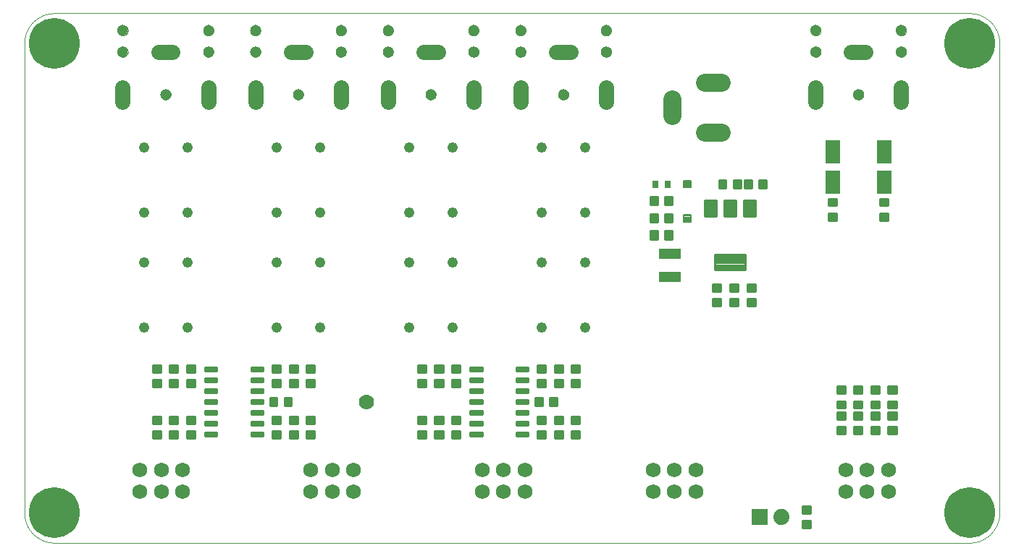
<source format=gts>
G75*
%MOIN*%
%OFA0B0*%
%FSLAX25Y25*%
%IPPOS*%
%LPD*%
%AMOC8*
5,1,8,0,0,1.08239X$1,22.5*
%
%ADD10C,0.00000*%
%ADD11C,0.01388*%
%ADD12C,0.06896*%
%ADD13C,0.05124*%
%ADD14C,0.07000*%
%ADD15C,0.23400*%
%ADD16R,0.07400X0.07400*%
%ADD17C,0.07400*%
%ADD18C,0.04829*%
%ADD19C,0.00994*%
%ADD20C,0.08274*%
%ADD21C,0.01158*%
%ADD22C,0.01009*%
%ADD23R,0.09849X0.05124*%
%ADD24C,0.00749*%
%ADD25R,0.02762X0.03550*%
%ADD26C,0.07000*%
%ADD27R,0.06699X0.10636*%
D10*
X0024622Y0040620D02*
X0445882Y0040620D01*
X0446215Y0040624D01*
X0446548Y0040636D01*
X0446880Y0040656D01*
X0447212Y0040684D01*
X0447543Y0040720D01*
X0447873Y0040765D01*
X0448202Y0040817D01*
X0448530Y0040877D01*
X0448856Y0040945D01*
X0449180Y0041020D01*
X0449502Y0041104D01*
X0449822Y0041195D01*
X0450140Y0041294D01*
X0450456Y0041401D01*
X0450768Y0041515D01*
X0451078Y0041637D01*
X0451385Y0041767D01*
X0451689Y0041903D01*
X0451989Y0042047D01*
X0452286Y0042198D01*
X0452579Y0042357D01*
X0452868Y0042522D01*
X0453153Y0042694D01*
X0453434Y0042873D01*
X0453710Y0043059D01*
X0453982Y0043252D01*
X0454249Y0043451D01*
X0454511Y0043656D01*
X0454768Y0043868D01*
X0455020Y0044086D01*
X0455266Y0044309D01*
X0455507Y0044539D01*
X0455743Y0044775D01*
X0455973Y0045016D01*
X0456196Y0045262D01*
X0456414Y0045514D01*
X0456626Y0045771D01*
X0456831Y0046033D01*
X0457030Y0046300D01*
X0457223Y0046572D01*
X0457409Y0046848D01*
X0457588Y0047129D01*
X0457760Y0047414D01*
X0457925Y0047703D01*
X0458084Y0047996D01*
X0458235Y0048293D01*
X0458379Y0048593D01*
X0458515Y0048897D01*
X0458645Y0049204D01*
X0458767Y0049514D01*
X0458881Y0049826D01*
X0458988Y0050142D01*
X0459087Y0050460D01*
X0459178Y0050780D01*
X0459262Y0051102D01*
X0459337Y0051426D01*
X0459405Y0051752D01*
X0459465Y0052080D01*
X0459517Y0052409D01*
X0459562Y0052739D01*
X0459598Y0053070D01*
X0459626Y0053402D01*
X0459646Y0053734D01*
X0459658Y0054067D01*
X0459662Y0054400D01*
X0459661Y0054400D02*
X0459661Y0270935D01*
X0459662Y0270935D02*
X0459658Y0271268D01*
X0459646Y0271601D01*
X0459626Y0271933D01*
X0459598Y0272265D01*
X0459562Y0272596D01*
X0459517Y0272926D01*
X0459465Y0273255D01*
X0459405Y0273583D01*
X0459337Y0273909D01*
X0459262Y0274233D01*
X0459178Y0274555D01*
X0459087Y0274875D01*
X0458988Y0275193D01*
X0458881Y0275509D01*
X0458767Y0275821D01*
X0458645Y0276131D01*
X0458515Y0276438D01*
X0458379Y0276742D01*
X0458235Y0277042D01*
X0458084Y0277339D01*
X0457925Y0277632D01*
X0457760Y0277921D01*
X0457588Y0278206D01*
X0457409Y0278487D01*
X0457223Y0278763D01*
X0457030Y0279035D01*
X0456831Y0279302D01*
X0456626Y0279564D01*
X0456414Y0279821D01*
X0456196Y0280073D01*
X0455973Y0280319D01*
X0455743Y0280560D01*
X0455507Y0280796D01*
X0455266Y0281026D01*
X0455020Y0281249D01*
X0454768Y0281467D01*
X0454511Y0281679D01*
X0454249Y0281884D01*
X0453982Y0282083D01*
X0453710Y0282276D01*
X0453434Y0282462D01*
X0453153Y0282641D01*
X0452868Y0282813D01*
X0452579Y0282978D01*
X0452286Y0283137D01*
X0451989Y0283288D01*
X0451689Y0283432D01*
X0451385Y0283568D01*
X0451078Y0283698D01*
X0450768Y0283820D01*
X0450456Y0283934D01*
X0450140Y0284041D01*
X0449822Y0284140D01*
X0449502Y0284231D01*
X0449180Y0284315D01*
X0448856Y0284390D01*
X0448530Y0284458D01*
X0448202Y0284518D01*
X0447873Y0284570D01*
X0447543Y0284615D01*
X0447212Y0284651D01*
X0446880Y0284679D01*
X0446548Y0284699D01*
X0446215Y0284711D01*
X0445882Y0284715D01*
X0024622Y0284715D01*
X0024289Y0284711D01*
X0023956Y0284699D01*
X0023624Y0284679D01*
X0023292Y0284651D01*
X0022961Y0284615D01*
X0022631Y0284570D01*
X0022302Y0284518D01*
X0021974Y0284458D01*
X0021648Y0284390D01*
X0021324Y0284315D01*
X0021002Y0284231D01*
X0020682Y0284140D01*
X0020364Y0284041D01*
X0020048Y0283934D01*
X0019736Y0283820D01*
X0019426Y0283698D01*
X0019119Y0283568D01*
X0018815Y0283432D01*
X0018515Y0283288D01*
X0018218Y0283137D01*
X0017925Y0282978D01*
X0017636Y0282813D01*
X0017351Y0282641D01*
X0017070Y0282462D01*
X0016794Y0282276D01*
X0016522Y0282083D01*
X0016255Y0281884D01*
X0015993Y0281679D01*
X0015736Y0281467D01*
X0015484Y0281249D01*
X0015238Y0281026D01*
X0014997Y0280796D01*
X0014761Y0280560D01*
X0014531Y0280319D01*
X0014308Y0280073D01*
X0014090Y0279821D01*
X0013878Y0279564D01*
X0013673Y0279302D01*
X0013474Y0279035D01*
X0013281Y0278763D01*
X0013095Y0278487D01*
X0012916Y0278206D01*
X0012744Y0277921D01*
X0012579Y0277632D01*
X0012420Y0277339D01*
X0012269Y0277042D01*
X0012125Y0276742D01*
X0011989Y0276438D01*
X0011859Y0276131D01*
X0011737Y0275821D01*
X0011623Y0275509D01*
X0011516Y0275193D01*
X0011417Y0274875D01*
X0011326Y0274555D01*
X0011242Y0274233D01*
X0011167Y0273909D01*
X0011099Y0273583D01*
X0011039Y0273255D01*
X0010987Y0272926D01*
X0010942Y0272596D01*
X0010906Y0272265D01*
X0010878Y0271933D01*
X0010858Y0271601D01*
X0010846Y0271268D01*
X0010842Y0270935D01*
X0010843Y0270935D02*
X0010843Y0054400D01*
X0010842Y0054400D02*
X0010846Y0054067D01*
X0010858Y0053734D01*
X0010878Y0053402D01*
X0010906Y0053070D01*
X0010942Y0052739D01*
X0010987Y0052409D01*
X0011039Y0052080D01*
X0011099Y0051752D01*
X0011167Y0051426D01*
X0011242Y0051102D01*
X0011326Y0050780D01*
X0011417Y0050460D01*
X0011516Y0050142D01*
X0011623Y0049826D01*
X0011737Y0049514D01*
X0011859Y0049204D01*
X0011989Y0048897D01*
X0012125Y0048593D01*
X0012269Y0048293D01*
X0012420Y0047996D01*
X0012579Y0047703D01*
X0012744Y0047414D01*
X0012916Y0047129D01*
X0013095Y0046848D01*
X0013281Y0046572D01*
X0013474Y0046300D01*
X0013673Y0046033D01*
X0013878Y0045771D01*
X0014090Y0045514D01*
X0014308Y0045262D01*
X0014531Y0045016D01*
X0014761Y0044775D01*
X0014997Y0044539D01*
X0015238Y0044309D01*
X0015484Y0044086D01*
X0015736Y0043868D01*
X0015993Y0043656D01*
X0016255Y0043451D01*
X0016522Y0043252D01*
X0016794Y0043059D01*
X0017070Y0042873D01*
X0017351Y0042694D01*
X0017636Y0042522D01*
X0017925Y0042357D01*
X0018218Y0042198D01*
X0018515Y0042047D01*
X0018815Y0041903D01*
X0019119Y0041767D01*
X0019426Y0041637D01*
X0019736Y0041515D01*
X0020048Y0041401D01*
X0020364Y0041294D01*
X0020682Y0041195D01*
X0021002Y0041104D01*
X0021324Y0041020D01*
X0021648Y0040945D01*
X0021974Y0040877D01*
X0022302Y0040817D01*
X0022631Y0040765D01*
X0022961Y0040720D01*
X0023292Y0040684D01*
X0023624Y0040656D01*
X0023956Y0040636D01*
X0024289Y0040624D01*
X0024622Y0040620D01*
X0073441Y0247313D02*
X0073443Y0247410D01*
X0073449Y0247507D01*
X0073459Y0247603D01*
X0073473Y0247699D01*
X0073491Y0247795D01*
X0073512Y0247889D01*
X0073538Y0247983D01*
X0073567Y0248075D01*
X0073601Y0248166D01*
X0073637Y0248256D01*
X0073678Y0248344D01*
X0073722Y0248430D01*
X0073770Y0248515D01*
X0073821Y0248597D01*
X0073875Y0248678D01*
X0073933Y0248756D01*
X0073994Y0248831D01*
X0074057Y0248904D01*
X0074124Y0248975D01*
X0074194Y0249042D01*
X0074266Y0249107D01*
X0074341Y0249168D01*
X0074419Y0249227D01*
X0074498Y0249282D01*
X0074580Y0249334D01*
X0074664Y0249382D01*
X0074750Y0249427D01*
X0074838Y0249469D01*
X0074927Y0249507D01*
X0075018Y0249541D01*
X0075110Y0249571D01*
X0075203Y0249598D01*
X0075298Y0249620D01*
X0075393Y0249639D01*
X0075489Y0249654D01*
X0075585Y0249665D01*
X0075682Y0249672D01*
X0075779Y0249675D01*
X0075876Y0249674D01*
X0075973Y0249669D01*
X0076069Y0249660D01*
X0076165Y0249647D01*
X0076261Y0249630D01*
X0076356Y0249609D01*
X0076449Y0249585D01*
X0076542Y0249556D01*
X0076634Y0249524D01*
X0076724Y0249488D01*
X0076812Y0249449D01*
X0076899Y0249405D01*
X0076984Y0249359D01*
X0077067Y0249308D01*
X0077148Y0249255D01*
X0077226Y0249198D01*
X0077303Y0249138D01*
X0077376Y0249075D01*
X0077447Y0249009D01*
X0077515Y0248940D01*
X0077581Y0248868D01*
X0077643Y0248794D01*
X0077702Y0248717D01*
X0077758Y0248638D01*
X0077811Y0248556D01*
X0077861Y0248473D01*
X0077906Y0248387D01*
X0077949Y0248300D01*
X0077988Y0248211D01*
X0078023Y0248121D01*
X0078054Y0248029D01*
X0078081Y0247936D01*
X0078105Y0247842D01*
X0078125Y0247747D01*
X0078141Y0247651D01*
X0078153Y0247555D01*
X0078161Y0247458D01*
X0078165Y0247361D01*
X0078165Y0247265D01*
X0078161Y0247168D01*
X0078153Y0247071D01*
X0078141Y0246975D01*
X0078125Y0246879D01*
X0078105Y0246784D01*
X0078081Y0246690D01*
X0078054Y0246597D01*
X0078023Y0246505D01*
X0077988Y0246415D01*
X0077949Y0246326D01*
X0077906Y0246239D01*
X0077861Y0246153D01*
X0077811Y0246070D01*
X0077758Y0245988D01*
X0077702Y0245909D01*
X0077643Y0245832D01*
X0077581Y0245758D01*
X0077515Y0245686D01*
X0077447Y0245617D01*
X0077376Y0245551D01*
X0077303Y0245488D01*
X0077226Y0245428D01*
X0077148Y0245371D01*
X0077067Y0245318D01*
X0076984Y0245267D01*
X0076899Y0245221D01*
X0076812Y0245177D01*
X0076724Y0245138D01*
X0076634Y0245102D01*
X0076542Y0245070D01*
X0076449Y0245041D01*
X0076356Y0245017D01*
X0076261Y0244996D01*
X0076165Y0244979D01*
X0076069Y0244966D01*
X0075973Y0244957D01*
X0075876Y0244952D01*
X0075779Y0244951D01*
X0075682Y0244954D01*
X0075585Y0244961D01*
X0075489Y0244972D01*
X0075393Y0244987D01*
X0075298Y0245006D01*
X0075203Y0245028D01*
X0075110Y0245055D01*
X0075018Y0245085D01*
X0074927Y0245119D01*
X0074838Y0245157D01*
X0074750Y0245199D01*
X0074664Y0245244D01*
X0074580Y0245292D01*
X0074498Y0245344D01*
X0074419Y0245399D01*
X0074341Y0245458D01*
X0074266Y0245519D01*
X0074194Y0245584D01*
X0074124Y0245651D01*
X0074057Y0245722D01*
X0073994Y0245795D01*
X0073933Y0245870D01*
X0073875Y0245948D01*
X0073821Y0246029D01*
X0073770Y0246111D01*
X0073722Y0246196D01*
X0073678Y0246282D01*
X0073637Y0246370D01*
X0073601Y0246460D01*
X0073567Y0246551D01*
X0073538Y0246643D01*
X0073512Y0246737D01*
X0073491Y0246831D01*
X0073473Y0246927D01*
X0073459Y0247023D01*
X0073449Y0247119D01*
X0073443Y0247216D01*
X0073441Y0247313D01*
X0053756Y0266998D02*
X0053758Y0267095D01*
X0053764Y0267192D01*
X0053774Y0267288D01*
X0053788Y0267384D01*
X0053806Y0267480D01*
X0053827Y0267574D01*
X0053853Y0267668D01*
X0053882Y0267760D01*
X0053916Y0267851D01*
X0053952Y0267941D01*
X0053993Y0268029D01*
X0054037Y0268115D01*
X0054085Y0268200D01*
X0054136Y0268282D01*
X0054190Y0268363D01*
X0054248Y0268441D01*
X0054309Y0268516D01*
X0054372Y0268589D01*
X0054439Y0268660D01*
X0054509Y0268727D01*
X0054581Y0268792D01*
X0054656Y0268853D01*
X0054734Y0268912D01*
X0054813Y0268967D01*
X0054895Y0269019D01*
X0054979Y0269067D01*
X0055065Y0269112D01*
X0055153Y0269154D01*
X0055242Y0269192D01*
X0055333Y0269226D01*
X0055425Y0269256D01*
X0055518Y0269283D01*
X0055613Y0269305D01*
X0055708Y0269324D01*
X0055804Y0269339D01*
X0055900Y0269350D01*
X0055997Y0269357D01*
X0056094Y0269360D01*
X0056191Y0269359D01*
X0056288Y0269354D01*
X0056384Y0269345D01*
X0056480Y0269332D01*
X0056576Y0269315D01*
X0056671Y0269294D01*
X0056764Y0269270D01*
X0056857Y0269241D01*
X0056949Y0269209D01*
X0057039Y0269173D01*
X0057127Y0269134D01*
X0057214Y0269090D01*
X0057299Y0269044D01*
X0057382Y0268993D01*
X0057463Y0268940D01*
X0057541Y0268883D01*
X0057618Y0268823D01*
X0057691Y0268760D01*
X0057762Y0268694D01*
X0057830Y0268625D01*
X0057896Y0268553D01*
X0057958Y0268479D01*
X0058017Y0268402D01*
X0058073Y0268323D01*
X0058126Y0268241D01*
X0058176Y0268158D01*
X0058221Y0268072D01*
X0058264Y0267985D01*
X0058303Y0267896D01*
X0058338Y0267806D01*
X0058369Y0267714D01*
X0058396Y0267621D01*
X0058420Y0267527D01*
X0058440Y0267432D01*
X0058456Y0267336D01*
X0058468Y0267240D01*
X0058476Y0267143D01*
X0058480Y0267046D01*
X0058480Y0266950D01*
X0058476Y0266853D01*
X0058468Y0266756D01*
X0058456Y0266660D01*
X0058440Y0266564D01*
X0058420Y0266469D01*
X0058396Y0266375D01*
X0058369Y0266282D01*
X0058338Y0266190D01*
X0058303Y0266100D01*
X0058264Y0266011D01*
X0058221Y0265924D01*
X0058176Y0265838D01*
X0058126Y0265755D01*
X0058073Y0265673D01*
X0058017Y0265594D01*
X0057958Y0265517D01*
X0057896Y0265443D01*
X0057830Y0265371D01*
X0057762Y0265302D01*
X0057691Y0265236D01*
X0057618Y0265173D01*
X0057541Y0265113D01*
X0057463Y0265056D01*
X0057382Y0265003D01*
X0057299Y0264952D01*
X0057214Y0264906D01*
X0057127Y0264862D01*
X0057039Y0264823D01*
X0056949Y0264787D01*
X0056857Y0264755D01*
X0056764Y0264726D01*
X0056671Y0264702D01*
X0056576Y0264681D01*
X0056480Y0264664D01*
X0056384Y0264651D01*
X0056288Y0264642D01*
X0056191Y0264637D01*
X0056094Y0264636D01*
X0055997Y0264639D01*
X0055900Y0264646D01*
X0055804Y0264657D01*
X0055708Y0264672D01*
X0055613Y0264691D01*
X0055518Y0264713D01*
X0055425Y0264740D01*
X0055333Y0264770D01*
X0055242Y0264804D01*
X0055153Y0264842D01*
X0055065Y0264884D01*
X0054979Y0264929D01*
X0054895Y0264977D01*
X0054813Y0265029D01*
X0054734Y0265084D01*
X0054656Y0265143D01*
X0054581Y0265204D01*
X0054509Y0265269D01*
X0054439Y0265336D01*
X0054372Y0265407D01*
X0054309Y0265480D01*
X0054248Y0265555D01*
X0054190Y0265633D01*
X0054136Y0265714D01*
X0054085Y0265796D01*
X0054037Y0265881D01*
X0053993Y0265967D01*
X0053952Y0266055D01*
X0053916Y0266145D01*
X0053882Y0266236D01*
X0053853Y0266328D01*
X0053827Y0266422D01*
X0053806Y0266516D01*
X0053788Y0266612D01*
X0053774Y0266708D01*
X0053764Y0266804D01*
X0053758Y0266901D01*
X0053756Y0266998D01*
X0053756Y0276841D02*
X0053758Y0276938D01*
X0053764Y0277035D01*
X0053774Y0277131D01*
X0053788Y0277227D01*
X0053806Y0277323D01*
X0053827Y0277417D01*
X0053853Y0277511D01*
X0053882Y0277603D01*
X0053916Y0277694D01*
X0053952Y0277784D01*
X0053993Y0277872D01*
X0054037Y0277958D01*
X0054085Y0278043D01*
X0054136Y0278125D01*
X0054190Y0278206D01*
X0054248Y0278284D01*
X0054309Y0278359D01*
X0054372Y0278432D01*
X0054439Y0278503D01*
X0054509Y0278570D01*
X0054581Y0278635D01*
X0054656Y0278696D01*
X0054734Y0278755D01*
X0054813Y0278810D01*
X0054895Y0278862D01*
X0054979Y0278910D01*
X0055065Y0278955D01*
X0055153Y0278997D01*
X0055242Y0279035D01*
X0055333Y0279069D01*
X0055425Y0279099D01*
X0055518Y0279126D01*
X0055613Y0279148D01*
X0055708Y0279167D01*
X0055804Y0279182D01*
X0055900Y0279193D01*
X0055997Y0279200D01*
X0056094Y0279203D01*
X0056191Y0279202D01*
X0056288Y0279197D01*
X0056384Y0279188D01*
X0056480Y0279175D01*
X0056576Y0279158D01*
X0056671Y0279137D01*
X0056764Y0279113D01*
X0056857Y0279084D01*
X0056949Y0279052D01*
X0057039Y0279016D01*
X0057127Y0278977D01*
X0057214Y0278933D01*
X0057299Y0278887D01*
X0057382Y0278836D01*
X0057463Y0278783D01*
X0057541Y0278726D01*
X0057618Y0278666D01*
X0057691Y0278603D01*
X0057762Y0278537D01*
X0057830Y0278468D01*
X0057896Y0278396D01*
X0057958Y0278322D01*
X0058017Y0278245D01*
X0058073Y0278166D01*
X0058126Y0278084D01*
X0058176Y0278001D01*
X0058221Y0277915D01*
X0058264Y0277828D01*
X0058303Y0277739D01*
X0058338Y0277649D01*
X0058369Y0277557D01*
X0058396Y0277464D01*
X0058420Y0277370D01*
X0058440Y0277275D01*
X0058456Y0277179D01*
X0058468Y0277083D01*
X0058476Y0276986D01*
X0058480Y0276889D01*
X0058480Y0276793D01*
X0058476Y0276696D01*
X0058468Y0276599D01*
X0058456Y0276503D01*
X0058440Y0276407D01*
X0058420Y0276312D01*
X0058396Y0276218D01*
X0058369Y0276125D01*
X0058338Y0276033D01*
X0058303Y0275943D01*
X0058264Y0275854D01*
X0058221Y0275767D01*
X0058176Y0275681D01*
X0058126Y0275598D01*
X0058073Y0275516D01*
X0058017Y0275437D01*
X0057958Y0275360D01*
X0057896Y0275286D01*
X0057830Y0275214D01*
X0057762Y0275145D01*
X0057691Y0275079D01*
X0057618Y0275016D01*
X0057541Y0274956D01*
X0057463Y0274899D01*
X0057382Y0274846D01*
X0057299Y0274795D01*
X0057214Y0274749D01*
X0057127Y0274705D01*
X0057039Y0274666D01*
X0056949Y0274630D01*
X0056857Y0274598D01*
X0056764Y0274569D01*
X0056671Y0274545D01*
X0056576Y0274524D01*
X0056480Y0274507D01*
X0056384Y0274494D01*
X0056288Y0274485D01*
X0056191Y0274480D01*
X0056094Y0274479D01*
X0055997Y0274482D01*
X0055900Y0274489D01*
X0055804Y0274500D01*
X0055708Y0274515D01*
X0055613Y0274534D01*
X0055518Y0274556D01*
X0055425Y0274583D01*
X0055333Y0274613D01*
X0055242Y0274647D01*
X0055153Y0274685D01*
X0055065Y0274727D01*
X0054979Y0274772D01*
X0054895Y0274820D01*
X0054813Y0274872D01*
X0054734Y0274927D01*
X0054656Y0274986D01*
X0054581Y0275047D01*
X0054509Y0275112D01*
X0054439Y0275179D01*
X0054372Y0275250D01*
X0054309Y0275323D01*
X0054248Y0275398D01*
X0054190Y0275476D01*
X0054136Y0275557D01*
X0054085Y0275639D01*
X0054037Y0275724D01*
X0053993Y0275810D01*
X0053952Y0275898D01*
X0053916Y0275988D01*
X0053882Y0276079D01*
X0053853Y0276171D01*
X0053827Y0276265D01*
X0053806Y0276359D01*
X0053788Y0276455D01*
X0053774Y0276551D01*
X0053764Y0276647D01*
X0053758Y0276744D01*
X0053756Y0276841D01*
X0093126Y0276841D02*
X0093128Y0276938D01*
X0093134Y0277035D01*
X0093144Y0277131D01*
X0093158Y0277227D01*
X0093176Y0277323D01*
X0093197Y0277417D01*
X0093223Y0277511D01*
X0093252Y0277603D01*
X0093286Y0277694D01*
X0093322Y0277784D01*
X0093363Y0277872D01*
X0093407Y0277958D01*
X0093455Y0278043D01*
X0093506Y0278125D01*
X0093560Y0278206D01*
X0093618Y0278284D01*
X0093679Y0278359D01*
X0093742Y0278432D01*
X0093809Y0278503D01*
X0093879Y0278570D01*
X0093951Y0278635D01*
X0094026Y0278696D01*
X0094104Y0278755D01*
X0094183Y0278810D01*
X0094265Y0278862D01*
X0094349Y0278910D01*
X0094435Y0278955D01*
X0094523Y0278997D01*
X0094612Y0279035D01*
X0094703Y0279069D01*
X0094795Y0279099D01*
X0094888Y0279126D01*
X0094983Y0279148D01*
X0095078Y0279167D01*
X0095174Y0279182D01*
X0095270Y0279193D01*
X0095367Y0279200D01*
X0095464Y0279203D01*
X0095561Y0279202D01*
X0095658Y0279197D01*
X0095754Y0279188D01*
X0095850Y0279175D01*
X0095946Y0279158D01*
X0096041Y0279137D01*
X0096134Y0279113D01*
X0096227Y0279084D01*
X0096319Y0279052D01*
X0096409Y0279016D01*
X0096497Y0278977D01*
X0096584Y0278933D01*
X0096669Y0278887D01*
X0096752Y0278836D01*
X0096833Y0278783D01*
X0096911Y0278726D01*
X0096988Y0278666D01*
X0097061Y0278603D01*
X0097132Y0278537D01*
X0097200Y0278468D01*
X0097266Y0278396D01*
X0097328Y0278322D01*
X0097387Y0278245D01*
X0097443Y0278166D01*
X0097496Y0278084D01*
X0097546Y0278001D01*
X0097591Y0277915D01*
X0097634Y0277828D01*
X0097673Y0277739D01*
X0097708Y0277649D01*
X0097739Y0277557D01*
X0097766Y0277464D01*
X0097790Y0277370D01*
X0097810Y0277275D01*
X0097826Y0277179D01*
X0097838Y0277083D01*
X0097846Y0276986D01*
X0097850Y0276889D01*
X0097850Y0276793D01*
X0097846Y0276696D01*
X0097838Y0276599D01*
X0097826Y0276503D01*
X0097810Y0276407D01*
X0097790Y0276312D01*
X0097766Y0276218D01*
X0097739Y0276125D01*
X0097708Y0276033D01*
X0097673Y0275943D01*
X0097634Y0275854D01*
X0097591Y0275767D01*
X0097546Y0275681D01*
X0097496Y0275598D01*
X0097443Y0275516D01*
X0097387Y0275437D01*
X0097328Y0275360D01*
X0097266Y0275286D01*
X0097200Y0275214D01*
X0097132Y0275145D01*
X0097061Y0275079D01*
X0096988Y0275016D01*
X0096911Y0274956D01*
X0096833Y0274899D01*
X0096752Y0274846D01*
X0096669Y0274795D01*
X0096584Y0274749D01*
X0096497Y0274705D01*
X0096409Y0274666D01*
X0096319Y0274630D01*
X0096227Y0274598D01*
X0096134Y0274569D01*
X0096041Y0274545D01*
X0095946Y0274524D01*
X0095850Y0274507D01*
X0095754Y0274494D01*
X0095658Y0274485D01*
X0095561Y0274480D01*
X0095464Y0274479D01*
X0095367Y0274482D01*
X0095270Y0274489D01*
X0095174Y0274500D01*
X0095078Y0274515D01*
X0094983Y0274534D01*
X0094888Y0274556D01*
X0094795Y0274583D01*
X0094703Y0274613D01*
X0094612Y0274647D01*
X0094523Y0274685D01*
X0094435Y0274727D01*
X0094349Y0274772D01*
X0094265Y0274820D01*
X0094183Y0274872D01*
X0094104Y0274927D01*
X0094026Y0274986D01*
X0093951Y0275047D01*
X0093879Y0275112D01*
X0093809Y0275179D01*
X0093742Y0275250D01*
X0093679Y0275323D01*
X0093618Y0275398D01*
X0093560Y0275476D01*
X0093506Y0275557D01*
X0093455Y0275639D01*
X0093407Y0275724D01*
X0093363Y0275810D01*
X0093322Y0275898D01*
X0093286Y0275988D01*
X0093252Y0276079D01*
X0093223Y0276171D01*
X0093197Y0276265D01*
X0093176Y0276359D01*
X0093158Y0276455D01*
X0093144Y0276551D01*
X0093134Y0276647D01*
X0093128Y0276744D01*
X0093126Y0276841D01*
X0093126Y0266998D02*
X0093128Y0267095D01*
X0093134Y0267192D01*
X0093144Y0267288D01*
X0093158Y0267384D01*
X0093176Y0267480D01*
X0093197Y0267574D01*
X0093223Y0267668D01*
X0093252Y0267760D01*
X0093286Y0267851D01*
X0093322Y0267941D01*
X0093363Y0268029D01*
X0093407Y0268115D01*
X0093455Y0268200D01*
X0093506Y0268282D01*
X0093560Y0268363D01*
X0093618Y0268441D01*
X0093679Y0268516D01*
X0093742Y0268589D01*
X0093809Y0268660D01*
X0093879Y0268727D01*
X0093951Y0268792D01*
X0094026Y0268853D01*
X0094104Y0268912D01*
X0094183Y0268967D01*
X0094265Y0269019D01*
X0094349Y0269067D01*
X0094435Y0269112D01*
X0094523Y0269154D01*
X0094612Y0269192D01*
X0094703Y0269226D01*
X0094795Y0269256D01*
X0094888Y0269283D01*
X0094983Y0269305D01*
X0095078Y0269324D01*
X0095174Y0269339D01*
X0095270Y0269350D01*
X0095367Y0269357D01*
X0095464Y0269360D01*
X0095561Y0269359D01*
X0095658Y0269354D01*
X0095754Y0269345D01*
X0095850Y0269332D01*
X0095946Y0269315D01*
X0096041Y0269294D01*
X0096134Y0269270D01*
X0096227Y0269241D01*
X0096319Y0269209D01*
X0096409Y0269173D01*
X0096497Y0269134D01*
X0096584Y0269090D01*
X0096669Y0269044D01*
X0096752Y0268993D01*
X0096833Y0268940D01*
X0096911Y0268883D01*
X0096988Y0268823D01*
X0097061Y0268760D01*
X0097132Y0268694D01*
X0097200Y0268625D01*
X0097266Y0268553D01*
X0097328Y0268479D01*
X0097387Y0268402D01*
X0097443Y0268323D01*
X0097496Y0268241D01*
X0097546Y0268158D01*
X0097591Y0268072D01*
X0097634Y0267985D01*
X0097673Y0267896D01*
X0097708Y0267806D01*
X0097739Y0267714D01*
X0097766Y0267621D01*
X0097790Y0267527D01*
X0097810Y0267432D01*
X0097826Y0267336D01*
X0097838Y0267240D01*
X0097846Y0267143D01*
X0097850Y0267046D01*
X0097850Y0266950D01*
X0097846Y0266853D01*
X0097838Y0266756D01*
X0097826Y0266660D01*
X0097810Y0266564D01*
X0097790Y0266469D01*
X0097766Y0266375D01*
X0097739Y0266282D01*
X0097708Y0266190D01*
X0097673Y0266100D01*
X0097634Y0266011D01*
X0097591Y0265924D01*
X0097546Y0265838D01*
X0097496Y0265755D01*
X0097443Y0265673D01*
X0097387Y0265594D01*
X0097328Y0265517D01*
X0097266Y0265443D01*
X0097200Y0265371D01*
X0097132Y0265302D01*
X0097061Y0265236D01*
X0096988Y0265173D01*
X0096911Y0265113D01*
X0096833Y0265056D01*
X0096752Y0265003D01*
X0096669Y0264952D01*
X0096584Y0264906D01*
X0096497Y0264862D01*
X0096409Y0264823D01*
X0096319Y0264787D01*
X0096227Y0264755D01*
X0096134Y0264726D01*
X0096041Y0264702D01*
X0095946Y0264681D01*
X0095850Y0264664D01*
X0095754Y0264651D01*
X0095658Y0264642D01*
X0095561Y0264637D01*
X0095464Y0264636D01*
X0095367Y0264639D01*
X0095270Y0264646D01*
X0095174Y0264657D01*
X0095078Y0264672D01*
X0094983Y0264691D01*
X0094888Y0264713D01*
X0094795Y0264740D01*
X0094703Y0264770D01*
X0094612Y0264804D01*
X0094523Y0264842D01*
X0094435Y0264884D01*
X0094349Y0264929D01*
X0094265Y0264977D01*
X0094183Y0265029D01*
X0094104Y0265084D01*
X0094026Y0265143D01*
X0093951Y0265204D01*
X0093879Y0265269D01*
X0093809Y0265336D01*
X0093742Y0265407D01*
X0093679Y0265480D01*
X0093618Y0265555D01*
X0093560Y0265633D01*
X0093506Y0265714D01*
X0093455Y0265796D01*
X0093407Y0265881D01*
X0093363Y0265967D01*
X0093322Y0266055D01*
X0093286Y0266145D01*
X0093252Y0266236D01*
X0093223Y0266328D01*
X0093197Y0266422D01*
X0093176Y0266516D01*
X0093158Y0266612D01*
X0093144Y0266708D01*
X0093134Y0266804D01*
X0093128Y0266901D01*
X0093126Y0266998D01*
X0114780Y0266998D02*
X0114782Y0267095D01*
X0114788Y0267192D01*
X0114798Y0267288D01*
X0114812Y0267384D01*
X0114830Y0267480D01*
X0114851Y0267574D01*
X0114877Y0267668D01*
X0114906Y0267760D01*
X0114940Y0267851D01*
X0114976Y0267941D01*
X0115017Y0268029D01*
X0115061Y0268115D01*
X0115109Y0268200D01*
X0115160Y0268282D01*
X0115214Y0268363D01*
X0115272Y0268441D01*
X0115333Y0268516D01*
X0115396Y0268589D01*
X0115463Y0268660D01*
X0115533Y0268727D01*
X0115605Y0268792D01*
X0115680Y0268853D01*
X0115758Y0268912D01*
X0115837Y0268967D01*
X0115919Y0269019D01*
X0116003Y0269067D01*
X0116089Y0269112D01*
X0116177Y0269154D01*
X0116266Y0269192D01*
X0116357Y0269226D01*
X0116449Y0269256D01*
X0116542Y0269283D01*
X0116637Y0269305D01*
X0116732Y0269324D01*
X0116828Y0269339D01*
X0116924Y0269350D01*
X0117021Y0269357D01*
X0117118Y0269360D01*
X0117215Y0269359D01*
X0117312Y0269354D01*
X0117408Y0269345D01*
X0117504Y0269332D01*
X0117600Y0269315D01*
X0117695Y0269294D01*
X0117788Y0269270D01*
X0117881Y0269241D01*
X0117973Y0269209D01*
X0118063Y0269173D01*
X0118151Y0269134D01*
X0118238Y0269090D01*
X0118323Y0269044D01*
X0118406Y0268993D01*
X0118487Y0268940D01*
X0118565Y0268883D01*
X0118642Y0268823D01*
X0118715Y0268760D01*
X0118786Y0268694D01*
X0118854Y0268625D01*
X0118920Y0268553D01*
X0118982Y0268479D01*
X0119041Y0268402D01*
X0119097Y0268323D01*
X0119150Y0268241D01*
X0119200Y0268158D01*
X0119245Y0268072D01*
X0119288Y0267985D01*
X0119327Y0267896D01*
X0119362Y0267806D01*
X0119393Y0267714D01*
X0119420Y0267621D01*
X0119444Y0267527D01*
X0119464Y0267432D01*
X0119480Y0267336D01*
X0119492Y0267240D01*
X0119500Y0267143D01*
X0119504Y0267046D01*
X0119504Y0266950D01*
X0119500Y0266853D01*
X0119492Y0266756D01*
X0119480Y0266660D01*
X0119464Y0266564D01*
X0119444Y0266469D01*
X0119420Y0266375D01*
X0119393Y0266282D01*
X0119362Y0266190D01*
X0119327Y0266100D01*
X0119288Y0266011D01*
X0119245Y0265924D01*
X0119200Y0265838D01*
X0119150Y0265755D01*
X0119097Y0265673D01*
X0119041Y0265594D01*
X0118982Y0265517D01*
X0118920Y0265443D01*
X0118854Y0265371D01*
X0118786Y0265302D01*
X0118715Y0265236D01*
X0118642Y0265173D01*
X0118565Y0265113D01*
X0118487Y0265056D01*
X0118406Y0265003D01*
X0118323Y0264952D01*
X0118238Y0264906D01*
X0118151Y0264862D01*
X0118063Y0264823D01*
X0117973Y0264787D01*
X0117881Y0264755D01*
X0117788Y0264726D01*
X0117695Y0264702D01*
X0117600Y0264681D01*
X0117504Y0264664D01*
X0117408Y0264651D01*
X0117312Y0264642D01*
X0117215Y0264637D01*
X0117118Y0264636D01*
X0117021Y0264639D01*
X0116924Y0264646D01*
X0116828Y0264657D01*
X0116732Y0264672D01*
X0116637Y0264691D01*
X0116542Y0264713D01*
X0116449Y0264740D01*
X0116357Y0264770D01*
X0116266Y0264804D01*
X0116177Y0264842D01*
X0116089Y0264884D01*
X0116003Y0264929D01*
X0115919Y0264977D01*
X0115837Y0265029D01*
X0115758Y0265084D01*
X0115680Y0265143D01*
X0115605Y0265204D01*
X0115533Y0265269D01*
X0115463Y0265336D01*
X0115396Y0265407D01*
X0115333Y0265480D01*
X0115272Y0265555D01*
X0115214Y0265633D01*
X0115160Y0265714D01*
X0115109Y0265796D01*
X0115061Y0265881D01*
X0115017Y0265967D01*
X0114976Y0266055D01*
X0114940Y0266145D01*
X0114906Y0266236D01*
X0114877Y0266328D01*
X0114851Y0266422D01*
X0114830Y0266516D01*
X0114812Y0266612D01*
X0114798Y0266708D01*
X0114788Y0266804D01*
X0114782Y0266901D01*
X0114780Y0266998D01*
X0114780Y0276841D02*
X0114782Y0276938D01*
X0114788Y0277035D01*
X0114798Y0277131D01*
X0114812Y0277227D01*
X0114830Y0277323D01*
X0114851Y0277417D01*
X0114877Y0277511D01*
X0114906Y0277603D01*
X0114940Y0277694D01*
X0114976Y0277784D01*
X0115017Y0277872D01*
X0115061Y0277958D01*
X0115109Y0278043D01*
X0115160Y0278125D01*
X0115214Y0278206D01*
X0115272Y0278284D01*
X0115333Y0278359D01*
X0115396Y0278432D01*
X0115463Y0278503D01*
X0115533Y0278570D01*
X0115605Y0278635D01*
X0115680Y0278696D01*
X0115758Y0278755D01*
X0115837Y0278810D01*
X0115919Y0278862D01*
X0116003Y0278910D01*
X0116089Y0278955D01*
X0116177Y0278997D01*
X0116266Y0279035D01*
X0116357Y0279069D01*
X0116449Y0279099D01*
X0116542Y0279126D01*
X0116637Y0279148D01*
X0116732Y0279167D01*
X0116828Y0279182D01*
X0116924Y0279193D01*
X0117021Y0279200D01*
X0117118Y0279203D01*
X0117215Y0279202D01*
X0117312Y0279197D01*
X0117408Y0279188D01*
X0117504Y0279175D01*
X0117600Y0279158D01*
X0117695Y0279137D01*
X0117788Y0279113D01*
X0117881Y0279084D01*
X0117973Y0279052D01*
X0118063Y0279016D01*
X0118151Y0278977D01*
X0118238Y0278933D01*
X0118323Y0278887D01*
X0118406Y0278836D01*
X0118487Y0278783D01*
X0118565Y0278726D01*
X0118642Y0278666D01*
X0118715Y0278603D01*
X0118786Y0278537D01*
X0118854Y0278468D01*
X0118920Y0278396D01*
X0118982Y0278322D01*
X0119041Y0278245D01*
X0119097Y0278166D01*
X0119150Y0278084D01*
X0119200Y0278001D01*
X0119245Y0277915D01*
X0119288Y0277828D01*
X0119327Y0277739D01*
X0119362Y0277649D01*
X0119393Y0277557D01*
X0119420Y0277464D01*
X0119444Y0277370D01*
X0119464Y0277275D01*
X0119480Y0277179D01*
X0119492Y0277083D01*
X0119500Y0276986D01*
X0119504Y0276889D01*
X0119504Y0276793D01*
X0119500Y0276696D01*
X0119492Y0276599D01*
X0119480Y0276503D01*
X0119464Y0276407D01*
X0119444Y0276312D01*
X0119420Y0276218D01*
X0119393Y0276125D01*
X0119362Y0276033D01*
X0119327Y0275943D01*
X0119288Y0275854D01*
X0119245Y0275767D01*
X0119200Y0275681D01*
X0119150Y0275598D01*
X0119097Y0275516D01*
X0119041Y0275437D01*
X0118982Y0275360D01*
X0118920Y0275286D01*
X0118854Y0275214D01*
X0118786Y0275145D01*
X0118715Y0275079D01*
X0118642Y0275016D01*
X0118565Y0274956D01*
X0118487Y0274899D01*
X0118406Y0274846D01*
X0118323Y0274795D01*
X0118238Y0274749D01*
X0118151Y0274705D01*
X0118063Y0274666D01*
X0117973Y0274630D01*
X0117881Y0274598D01*
X0117788Y0274569D01*
X0117695Y0274545D01*
X0117600Y0274524D01*
X0117504Y0274507D01*
X0117408Y0274494D01*
X0117312Y0274485D01*
X0117215Y0274480D01*
X0117118Y0274479D01*
X0117021Y0274482D01*
X0116924Y0274489D01*
X0116828Y0274500D01*
X0116732Y0274515D01*
X0116637Y0274534D01*
X0116542Y0274556D01*
X0116449Y0274583D01*
X0116357Y0274613D01*
X0116266Y0274647D01*
X0116177Y0274685D01*
X0116089Y0274727D01*
X0116003Y0274772D01*
X0115919Y0274820D01*
X0115837Y0274872D01*
X0115758Y0274927D01*
X0115680Y0274986D01*
X0115605Y0275047D01*
X0115533Y0275112D01*
X0115463Y0275179D01*
X0115396Y0275250D01*
X0115333Y0275323D01*
X0115272Y0275398D01*
X0115214Y0275476D01*
X0115160Y0275557D01*
X0115109Y0275639D01*
X0115061Y0275724D01*
X0115017Y0275810D01*
X0114976Y0275898D01*
X0114940Y0275988D01*
X0114906Y0276079D01*
X0114877Y0276171D01*
X0114851Y0276265D01*
X0114830Y0276359D01*
X0114812Y0276455D01*
X0114798Y0276551D01*
X0114788Y0276647D01*
X0114782Y0276744D01*
X0114780Y0276841D01*
X0154150Y0276841D02*
X0154152Y0276938D01*
X0154158Y0277035D01*
X0154168Y0277131D01*
X0154182Y0277227D01*
X0154200Y0277323D01*
X0154221Y0277417D01*
X0154247Y0277511D01*
X0154276Y0277603D01*
X0154310Y0277694D01*
X0154346Y0277784D01*
X0154387Y0277872D01*
X0154431Y0277958D01*
X0154479Y0278043D01*
X0154530Y0278125D01*
X0154584Y0278206D01*
X0154642Y0278284D01*
X0154703Y0278359D01*
X0154766Y0278432D01*
X0154833Y0278503D01*
X0154903Y0278570D01*
X0154975Y0278635D01*
X0155050Y0278696D01*
X0155128Y0278755D01*
X0155207Y0278810D01*
X0155289Y0278862D01*
X0155373Y0278910D01*
X0155459Y0278955D01*
X0155547Y0278997D01*
X0155636Y0279035D01*
X0155727Y0279069D01*
X0155819Y0279099D01*
X0155912Y0279126D01*
X0156007Y0279148D01*
X0156102Y0279167D01*
X0156198Y0279182D01*
X0156294Y0279193D01*
X0156391Y0279200D01*
X0156488Y0279203D01*
X0156585Y0279202D01*
X0156682Y0279197D01*
X0156778Y0279188D01*
X0156874Y0279175D01*
X0156970Y0279158D01*
X0157065Y0279137D01*
X0157158Y0279113D01*
X0157251Y0279084D01*
X0157343Y0279052D01*
X0157433Y0279016D01*
X0157521Y0278977D01*
X0157608Y0278933D01*
X0157693Y0278887D01*
X0157776Y0278836D01*
X0157857Y0278783D01*
X0157935Y0278726D01*
X0158012Y0278666D01*
X0158085Y0278603D01*
X0158156Y0278537D01*
X0158224Y0278468D01*
X0158290Y0278396D01*
X0158352Y0278322D01*
X0158411Y0278245D01*
X0158467Y0278166D01*
X0158520Y0278084D01*
X0158570Y0278001D01*
X0158615Y0277915D01*
X0158658Y0277828D01*
X0158697Y0277739D01*
X0158732Y0277649D01*
X0158763Y0277557D01*
X0158790Y0277464D01*
X0158814Y0277370D01*
X0158834Y0277275D01*
X0158850Y0277179D01*
X0158862Y0277083D01*
X0158870Y0276986D01*
X0158874Y0276889D01*
X0158874Y0276793D01*
X0158870Y0276696D01*
X0158862Y0276599D01*
X0158850Y0276503D01*
X0158834Y0276407D01*
X0158814Y0276312D01*
X0158790Y0276218D01*
X0158763Y0276125D01*
X0158732Y0276033D01*
X0158697Y0275943D01*
X0158658Y0275854D01*
X0158615Y0275767D01*
X0158570Y0275681D01*
X0158520Y0275598D01*
X0158467Y0275516D01*
X0158411Y0275437D01*
X0158352Y0275360D01*
X0158290Y0275286D01*
X0158224Y0275214D01*
X0158156Y0275145D01*
X0158085Y0275079D01*
X0158012Y0275016D01*
X0157935Y0274956D01*
X0157857Y0274899D01*
X0157776Y0274846D01*
X0157693Y0274795D01*
X0157608Y0274749D01*
X0157521Y0274705D01*
X0157433Y0274666D01*
X0157343Y0274630D01*
X0157251Y0274598D01*
X0157158Y0274569D01*
X0157065Y0274545D01*
X0156970Y0274524D01*
X0156874Y0274507D01*
X0156778Y0274494D01*
X0156682Y0274485D01*
X0156585Y0274480D01*
X0156488Y0274479D01*
X0156391Y0274482D01*
X0156294Y0274489D01*
X0156198Y0274500D01*
X0156102Y0274515D01*
X0156007Y0274534D01*
X0155912Y0274556D01*
X0155819Y0274583D01*
X0155727Y0274613D01*
X0155636Y0274647D01*
X0155547Y0274685D01*
X0155459Y0274727D01*
X0155373Y0274772D01*
X0155289Y0274820D01*
X0155207Y0274872D01*
X0155128Y0274927D01*
X0155050Y0274986D01*
X0154975Y0275047D01*
X0154903Y0275112D01*
X0154833Y0275179D01*
X0154766Y0275250D01*
X0154703Y0275323D01*
X0154642Y0275398D01*
X0154584Y0275476D01*
X0154530Y0275557D01*
X0154479Y0275639D01*
X0154431Y0275724D01*
X0154387Y0275810D01*
X0154346Y0275898D01*
X0154310Y0275988D01*
X0154276Y0276079D01*
X0154247Y0276171D01*
X0154221Y0276265D01*
X0154200Y0276359D01*
X0154182Y0276455D01*
X0154168Y0276551D01*
X0154158Y0276647D01*
X0154152Y0276744D01*
X0154150Y0276841D01*
X0154150Y0266998D02*
X0154152Y0267095D01*
X0154158Y0267192D01*
X0154168Y0267288D01*
X0154182Y0267384D01*
X0154200Y0267480D01*
X0154221Y0267574D01*
X0154247Y0267668D01*
X0154276Y0267760D01*
X0154310Y0267851D01*
X0154346Y0267941D01*
X0154387Y0268029D01*
X0154431Y0268115D01*
X0154479Y0268200D01*
X0154530Y0268282D01*
X0154584Y0268363D01*
X0154642Y0268441D01*
X0154703Y0268516D01*
X0154766Y0268589D01*
X0154833Y0268660D01*
X0154903Y0268727D01*
X0154975Y0268792D01*
X0155050Y0268853D01*
X0155128Y0268912D01*
X0155207Y0268967D01*
X0155289Y0269019D01*
X0155373Y0269067D01*
X0155459Y0269112D01*
X0155547Y0269154D01*
X0155636Y0269192D01*
X0155727Y0269226D01*
X0155819Y0269256D01*
X0155912Y0269283D01*
X0156007Y0269305D01*
X0156102Y0269324D01*
X0156198Y0269339D01*
X0156294Y0269350D01*
X0156391Y0269357D01*
X0156488Y0269360D01*
X0156585Y0269359D01*
X0156682Y0269354D01*
X0156778Y0269345D01*
X0156874Y0269332D01*
X0156970Y0269315D01*
X0157065Y0269294D01*
X0157158Y0269270D01*
X0157251Y0269241D01*
X0157343Y0269209D01*
X0157433Y0269173D01*
X0157521Y0269134D01*
X0157608Y0269090D01*
X0157693Y0269044D01*
X0157776Y0268993D01*
X0157857Y0268940D01*
X0157935Y0268883D01*
X0158012Y0268823D01*
X0158085Y0268760D01*
X0158156Y0268694D01*
X0158224Y0268625D01*
X0158290Y0268553D01*
X0158352Y0268479D01*
X0158411Y0268402D01*
X0158467Y0268323D01*
X0158520Y0268241D01*
X0158570Y0268158D01*
X0158615Y0268072D01*
X0158658Y0267985D01*
X0158697Y0267896D01*
X0158732Y0267806D01*
X0158763Y0267714D01*
X0158790Y0267621D01*
X0158814Y0267527D01*
X0158834Y0267432D01*
X0158850Y0267336D01*
X0158862Y0267240D01*
X0158870Y0267143D01*
X0158874Y0267046D01*
X0158874Y0266950D01*
X0158870Y0266853D01*
X0158862Y0266756D01*
X0158850Y0266660D01*
X0158834Y0266564D01*
X0158814Y0266469D01*
X0158790Y0266375D01*
X0158763Y0266282D01*
X0158732Y0266190D01*
X0158697Y0266100D01*
X0158658Y0266011D01*
X0158615Y0265924D01*
X0158570Y0265838D01*
X0158520Y0265755D01*
X0158467Y0265673D01*
X0158411Y0265594D01*
X0158352Y0265517D01*
X0158290Y0265443D01*
X0158224Y0265371D01*
X0158156Y0265302D01*
X0158085Y0265236D01*
X0158012Y0265173D01*
X0157935Y0265113D01*
X0157857Y0265056D01*
X0157776Y0265003D01*
X0157693Y0264952D01*
X0157608Y0264906D01*
X0157521Y0264862D01*
X0157433Y0264823D01*
X0157343Y0264787D01*
X0157251Y0264755D01*
X0157158Y0264726D01*
X0157065Y0264702D01*
X0156970Y0264681D01*
X0156874Y0264664D01*
X0156778Y0264651D01*
X0156682Y0264642D01*
X0156585Y0264637D01*
X0156488Y0264636D01*
X0156391Y0264639D01*
X0156294Y0264646D01*
X0156198Y0264657D01*
X0156102Y0264672D01*
X0156007Y0264691D01*
X0155912Y0264713D01*
X0155819Y0264740D01*
X0155727Y0264770D01*
X0155636Y0264804D01*
X0155547Y0264842D01*
X0155459Y0264884D01*
X0155373Y0264929D01*
X0155289Y0264977D01*
X0155207Y0265029D01*
X0155128Y0265084D01*
X0155050Y0265143D01*
X0154975Y0265204D01*
X0154903Y0265269D01*
X0154833Y0265336D01*
X0154766Y0265407D01*
X0154703Y0265480D01*
X0154642Y0265555D01*
X0154584Y0265633D01*
X0154530Y0265714D01*
X0154479Y0265796D01*
X0154431Y0265881D01*
X0154387Y0265967D01*
X0154346Y0266055D01*
X0154310Y0266145D01*
X0154276Y0266236D01*
X0154247Y0266328D01*
X0154221Y0266422D01*
X0154200Y0266516D01*
X0154182Y0266612D01*
X0154168Y0266708D01*
X0154158Y0266804D01*
X0154152Y0266901D01*
X0154150Y0266998D01*
X0175803Y0266998D02*
X0175805Y0267095D01*
X0175811Y0267192D01*
X0175821Y0267288D01*
X0175835Y0267384D01*
X0175853Y0267480D01*
X0175874Y0267574D01*
X0175900Y0267668D01*
X0175929Y0267760D01*
X0175963Y0267851D01*
X0175999Y0267941D01*
X0176040Y0268029D01*
X0176084Y0268115D01*
X0176132Y0268200D01*
X0176183Y0268282D01*
X0176237Y0268363D01*
X0176295Y0268441D01*
X0176356Y0268516D01*
X0176419Y0268589D01*
X0176486Y0268660D01*
X0176556Y0268727D01*
X0176628Y0268792D01*
X0176703Y0268853D01*
X0176781Y0268912D01*
X0176860Y0268967D01*
X0176942Y0269019D01*
X0177026Y0269067D01*
X0177112Y0269112D01*
X0177200Y0269154D01*
X0177289Y0269192D01*
X0177380Y0269226D01*
X0177472Y0269256D01*
X0177565Y0269283D01*
X0177660Y0269305D01*
X0177755Y0269324D01*
X0177851Y0269339D01*
X0177947Y0269350D01*
X0178044Y0269357D01*
X0178141Y0269360D01*
X0178238Y0269359D01*
X0178335Y0269354D01*
X0178431Y0269345D01*
X0178527Y0269332D01*
X0178623Y0269315D01*
X0178718Y0269294D01*
X0178811Y0269270D01*
X0178904Y0269241D01*
X0178996Y0269209D01*
X0179086Y0269173D01*
X0179174Y0269134D01*
X0179261Y0269090D01*
X0179346Y0269044D01*
X0179429Y0268993D01*
X0179510Y0268940D01*
X0179588Y0268883D01*
X0179665Y0268823D01*
X0179738Y0268760D01*
X0179809Y0268694D01*
X0179877Y0268625D01*
X0179943Y0268553D01*
X0180005Y0268479D01*
X0180064Y0268402D01*
X0180120Y0268323D01*
X0180173Y0268241D01*
X0180223Y0268158D01*
X0180268Y0268072D01*
X0180311Y0267985D01*
X0180350Y0267896D01*
X0180385Y0267806D01*
X0180416Y0267714D01*
X0180443Y0267621D01*
X0180467Y0267527D01*
X0180487Y0267432D01*
X0180503Y0267336D01*
X0180515Y0267240D01*
X0180523Y0267143D01*
X0180527Y0267046D01*
X0180527Y0266950D01*
X0180523Y0266853D01*
X0180515Y0266756D01*
X0180503Y0266660D01*
X0180487Y0266564D01*
X0180467Y0266469D01*
X0180443Y0266375D01*
X0180416Y0266282D01*
X0180385Y0266190D01*
X0180350Y0266100D01*
X0180311Y0266011D01*
X0180268Y0265924D01*
X0180223Y0265838D01*
X0180173Y0265755D01*
X0180120Y0265673D01*
X0180064Y0265594D01*
X0180005Y0265517D01*
X0179943Y0265443D01*
X0179877Y0265371D01*
X0179809Y0265302D01*
X0179738Y0265236D01*
X0179665Y0265173D01*
X0179588Y0265113D01*
X0179510Y0265056D01*
X0179429Y0265003D01*
X0179346Y0264952D01*
X0179261Y0264906D01*
X0179174Y0264862D01*
X0179086Y0264823D01*
X0178996Y0264787D01*
X0178904Y0264755D01*
X0178811Y0264726D01*
X0178718Y0264702D01*
X0178623Y0264681D01*
X0178527Y0264664D01*
X0178431Y0264651D01*
X0178335Y0264642D01*
X0178238Y0264637D01*
X0178141Y0264636D01*
X0178044Y0264639D01*
X0177947Y0264646D01*
X0177851Y0264657D01*
X0177755Y0264672D01*
X0177660Y0264691D01*
X0177565Y0264713D01*
X0177472Y0264740D01*
X0177380Y0264770D01*
X0177289Y0264804D01*
X0177200Y0264842D01*
X0177112Y0264884D01*
X0177026Y0264929D01*
X0176942Y0264977D01*
X0176860Y0265029D01*
X0176781Y0265084D01*
X0176703Y0265143D01*
X0176628Y0265204D01*
X0176556Y0265269D01*
X0176486Y0265336D01*
X0176419Y0265407D01*
X0176356Y0265480D01*
X0176295Y0265555D01*
X0176237Y0265633D01*
X0176183Y0265714D01*
X0176132Y0265796D01*
X0176084Y0265881D01*
X0176040Y0265967D01*
X0175999Y0266055D01*
X0175963Y0266145D01*
X0175929Y0266236D01*
X0175900Y0266328D01*
X0175874Y0266422D01*
X0175853Y0266516D01*
X0175835Y0266612D01*
X0175821Y0266708D01*
X0175811Y0266804D01*
X0175805Y0266901D01*
X0175803Y0266998D01*
X0175803Y0276841D02*
X0175805Y0276938D01*
X0175811Y0277035D01*
X0175821Y0277131D01*
X0175835Y0277227D01*
X0175853Y0277323D01*
X0175874Y0277417D01*
X0175900Y0277511D01*
X0175929Y0277603D01*
X0175963Y0277694D01*
X0175999Y0277784D01*
X0176040Y0277872D01*
X0176084Y0277958D01*
X0176132Y0278043D01*
X0176183Y0278125D01*
X0176237Y0278206D01*
X0176295Y0278284D01*
X0176356Y0278359D01*
X0176419Y0278432D01*
X0176486Y0278503D01*
X0176556Y0278570D01*
X0176628Y0278635D01*
X0176703Y0278696D01*
X0176781Y0278755D01*
X0176860Y0278810D01*
X0176942Y0278862D01*
X0177026Y0278910D01*
X0177112Y0278955D01*
X0177200Y0278997D01*
X0177289Y0279035D01*
X0177380Y0279069D01*
X0177472Y0279099D01*
X0177565Y0279126D01*
X0177660Y0279148D01*
X0177755Y0279167D01*
X0177851Y0279182D01*
X0177947Y0279193D01*
X0178044Y0279200D01*
X0178141Y0279203D01*
X0178238Y0279202D01*
X0178335Y0279197D01*
X0178431Y0279188D01*
X0178527Y0279175D01*
X0178623Y0279158D01*
X0178718Y0279137D01*
X0178811Y0279113D01*
X0178904Y0279084D01*
X0178996Y0279052D01*
X0179086Y0279016D01*
X0179174Y0278977D01*
X0179261Y0278933D01*
X0179346Y0278887D01*
X0179429Y0278836D01*
X0179510Y0278783D01*
X0179588Y0278726D01*
X0179665Y0278666D01*
X0179738Y0278603D01*
X0179809Y0278537D01*
X0179877Y0278468D01*
X0179943Y0278396D01*
X0180005Y0278322D01*
X0180064Y0278245D01*
X0180120Y0278166D01*
X0180173Y0278084D01*
X0180223Y0278001D01*
X0180268Y0277915D01*
X0180311Y0277828D01*
X0180350Y0277739D01*
X0180385Y0277649D01*
X0180416Y0277557D01*
X0180443Y0277464D01*
X0180467Y0277370D01*
X0180487Y0277275D01*
X0180503Y0277179D01*
X0180515Y0277083D01*
X0180523Y0276986D01*
X0180527Y0276889D01*
X0180527Y0276793D01*
X0180523Y0276696D01*
X0180515Y0276599D01*
X0180503Y0276503D01*
X0180487Y0276407D01*
X0180467Y0276312D01*
X0180443Y0276218D01*
X0180416Y0276125D01*
X0180385Y0276033D01*
X0180350Y0275943D01*
X0180311Y0275854D01*
X0180268Y0275767D01*
X0180223Y0275681D01*
X0180173Y0275598D01*
X0180120Y0275516D01*
X0180064Y0275437D01*
X0180005Y0275360D01*
X0179943Y0275286D01*
X0179877Y0275214D01*
X0179809Y0275145D01*
X0179738Y0275079D01*
X0179665Y0275016D01*
X0179588Y0274956D01*
X0179510Y0274899D01*
X0179429Y0274846D01*
X0179346Y0274795D01*
X0179261Y0274749D01*
X0179174Y0274705D01*
X0179086Y0274666D01*
X0178996Y0274630D01*
X0178904Y0274598D01*
X0178811Y0274569D01*
X0178718Y0274545D01*
X0178623Y0274524D01*
X0178527Y0274507D01*
X0178431Y0274494D01*
X0178335Y0274485D01*
X0178238Y0274480D01*
X0178141Y0274479D01*
X0178044Y0274482D01*
X0177947Y0274489D01*
X0177851Y0274500D01*
X0177755Y0274515D01*
X0177660Y0274534D01*
X0177565Y0274556D01*
X0177472Y0274583D01*
X0177380Y0274613D01*
X0177289Y0274647D01*
X0177200Y0274685D01*
X0177112Y0274727D01*
X0177026Y0274772D01*
X0176942Y0274820D01*
X0176860Y0274872D01*
X0176781Y0274927D01*
X0176703Y0274986D01*
X0176628Y0275047D01*
X0176556Y0275112D01*
X0176486Y0275179D01*
X0176419Y0275250D01*
X0176356Y0275323D01*
X0176295Y0275398D01*
X0176237Y0275476D01*
X0176183Y0275557D01*
X0176132Y0275639D01*
X0176084Y0275724D01*
X0176040Y0275810D01*
X0175999Y0275898D01*
X0175963Y0275988D01*
X0175929Y0276079D01*
X0175900Y0276171D01*
X0175874Y0276265D01*
X0175853Y0276359D01*
X0175835Y0276455D01*
X0175821Y0276551D01*
X0175811Y0276647D01*
X0175805Y0276744D01*
X0175803Y0276841D01*
X0215173Y0276841D02*
X0215175Y0276938D01*
X0215181Y0277035D01*
X0215191Y0277131D01*
X0215205Y0277227D01*
X0215223Y0277323D01*
X0215244Y0277417D01*
X0215270Y0277511D01*
X0215299Y0277603D01*
X0215333Y0277694D01*
X0215369Y0277784D01*
X0215410Y0277872D01*
X0215454Y0277958D01*
X0215502Y0278043D01*
X0215553Y0278125D01*
X0215607Y0278206D01*
X0215665Y0278284D01*
X0215726Y0278359D01*
X0215789Y0278432D01*
X0215856Y0278503D01*
X0215926Y0278570D01*
X0215998Y0278635D01*
X0216073Y0278696D01*
X0216151Y0278755D01*
X0216230Y0278810D01*
X0216312Y0278862D01*
X0216396Y0278910D01*
X0216482Y0278955D01*
X0216570Y0278997D01*
X0216659Y0279035D01*
X0216750Y0279069D01*
X0216842Y0279099D01*
X0216935Y0279126D01*
X0217030Y0279148D01*
X0217125Y0279167D01*
X0217221Y0279182D01*
X0217317Y0279193D01*
X0217414Y0279200D01*
X0217511Y0279203D01*
X0217608Y0279202D01*
X0217705Y0279197D01*
X0217801Y0279188D01*
X0217897Y0279175D01*
X0217993Y0279158D01*
X0218088Y0279137D01*
X0218181Y0279113D01*
X0218274Y0279084D01*
X0218366Y0279052D01*
X0218456Y0279016D01*
X0218544Y0278977D01*
X0218631Y0278933D01*
X0218716Y0278887D01*
X0218799Y0278836D01*
X0218880Y0278783D01*
X0218958Y0278726D01*
X0219035Y0278666D01*
X0219108Y0278603D01*
X0219179Y0278537D01*
X0219247Y0278468D01*
X0219313Y0278396D01*
X0219375Y0278322D01*
X0219434Y0278245D01*
X0219490Y0278166D01*
X0219543Y0278084D01*
X0219593Y0278001D01*
X0219638Y0277915D01*
X0219681Y0277828D01*
X0219720Y0277739D01*
X0219755Y0277649D01*
X0219786Y0277557D01*
X0219813Y0277464D01*
X0219837Y0277370D01*
X0219857Y0277275D01*
X0219873Y0277179D01*
X0219885Y0277083D01*
X0219893Y0276986D01*
X0219897Y0276889D01*
X0219897Y0276793D01*
X0219893Y0276696D01*
X0219885Y0276599D01*
X0219873Y0276503D01*
X0219857Y0276407D01*
X0219837Y0276312D01*
X0219813Y0276218D01*
X0219786Y0276125D01*
X0219755Y0276033D01*
X0219720Y0275943D01*
X0219681Y0275854D01*
X0219638Y0275767D01*
X0219593Y0275681D01*
X0219543Y0275598D01*
X0219490Y0275516D01*
X0219434Y0275437D01*
X0219375Y0275360D01*
X0219313Y0275286D01*
X0219247Y0275214D01*
X0219179Y0275145D01*
X0219108Y0275079D01*
X0219035Y0275016D01*
X0218958Y0274956D01*
X0218880Y0274899D01*
X0218799Y0274846D01*
X0218716Y0274795D01*
X0218631Y0274749D01*
X0218544Y0274705D01*
X0218456Y0274666D01*
X0218366Y0274630D01*
X0218274Y0274598D01*
X0218181Y0274569D01*
X0218088Y0274545D01*
X0217993Y0274524D01*
X0217897Y0274507D01*
X0217801Y0274494D01*
X0217705Y0274485D01*
X0217608Y0274480D01*
X0217511Y0274479D01*
X0217414Y0274482D01*
X0217317Y0274489D01*
X0217221Y0274500D01*
X0217125Y0274515D01*
X0217030Y0274534D01*
X0216935Y0274556D01*
X0216842Y0274583D01*
X0216750Y0274613D01*
X0216659Y0274647D01*
X0216570Y0274685D01*
X0216482Y0274727D01*
X0216396Y0274772D01*
X0216312Y0274820D01*
X0216230Y0274872D01*
X0216151Y0274927D01*
X0216073Y0274986D01*
X0215998Y0275047D01*
X0215926Y0275112D01*
X0215856Y0275179D01*
X0215789Y0275250D01*
X0215726Y0275323D01*
X0215665Y0275398D01*
X0215607Y0275476D01*
X0215553Y0275557D01*
X0215502Y0275639D01*
X0215454Y0275724D01*
X0215410Y0275810D01*
X0215369Y0275898D01*
X0215333Y0275988D01*
X0215299Y0276079D01*
X0215270Y0276171D01*
X0215244Y0276265D01*
X0215223Y0276359D01*
X0215205Y0276455D01*
X0215191Y0276551D01*
X0215181Y0276647D01*
X0215175Y0276744D01*
X0215173Y0276841D01*
X0215173Y0266998D02*
X0215175Y0267095D01*
X0215181Y0267192D01*
X0215191Y0267288D01*
X0215205Y0267384D01*
X0215223Y0267480D01*
X0215244Y0267574D01*
X0215270Y0267668D01*
X0215299Y0267760D01*
X0215333Y0267851D01*
X0215369Y0267941D01*
X0215410Y0268029D01*
X0215454Y0268115D01*
X0215502Y0268200D01*
X0215553Y0268282D01*
X0215607Y0268363D01*
X0215665Y0268441D01*
X0215726Y0268516D01*
X0215789Y0268589D01*
X0215856Y0268660D01*
X0215926Y0268727D01*
X0215998Y0268792D01*
X0216073Y0268853D01*
X0216151Y0268912D01*
X0216230Y0268967D01*
X0216312Y0269019D01*
X0216396Y0269067D01*
X0216482Y0269112D01*
X0216570Y0269154D01*
X0216659Y0269192D01*
X0216750Y0269226D01*
X0216842Y0269256D01*
X0216935Y0269283D01*
X0217030Y0269305D01*
X0217125Y0269324D01*
X0217221Y0269339D01*
X0217317Y0269350D01*
X0217414Y0269357D01*
X0217511Y0269360D01*
X0217608Y0269359D01*
X0217705Y0269354D01*
X0217801Y0269345D01*
X0217897Y0269332D01*
X0217993Y0269315D01*
X0218088Y0269294D01*
X0218181Y0269270D01*
X0218274Y0269241D01*
X0218366Y0269209D01*
X0218456Y0269173D01*
X0218544Y0269134D01*
X0218631Y0269090D01*
X0218716Y0269044D01*
X0218799Y0268993D01*
X0218880Y0268940D01*
X0218958Y0268883D01*
X0219035Y0268823D01*
X0219108Y0268760D01*
X0219179Y0268694D01*
X0219247Y0268625D01*
X0219313Y0268553D01*
X0219375Y0268479D01*
X0219434Y0268402D01*
X0219490Y0268323D01*
X0219543Y0268241D01*
X0219593Y0268158D01*
X0219638Y0268072D01*
X0219681Y0267985D01*
X0219720Y0267896D01*
X0219755Y0267806D01*
X0219786Y0267714D01*
X0219813Y0267621D01*
X0219837Y0267527D01*
X0219857Y0267432D01*
X0219873Y0267336D01*
X0219885Y0267240D01*
X0219893Y0267143D01*
X0219897Y0267046D01*
X0219897Y0266950D01*
X0219893Y0266853D01*
X0219885Y0266756D01*
X0219873Y0266660D01*
X0219857Y0266564D01*
X0219837Y0266469D01*
X0219813Y0266375D01*
X0219786Y0266282D01*
X0219755Y0266190D01*
X0219720Y0266100D01*
X0219681Y0266011D01*
X0219638Y0265924D01*
X0219593Y0265838D01*
X0219543Y0265755D01*
X0219490Y0265673D01*
X0219434Y0265594D01*
X0219375Y0265517D01*
X0219313Y0265443D01*
X0219247Y0265371D01*
X0219179Y0265302D01*
X0219108Y0265236D01*
X0219035Y0265173D01*
X0218958Y0265113D01*
X0218880Y0265056D01*
X0218799Y0265003D01*
X0218716Y0264952D01*
X0218631Y0264906D01*
X0218544Y0264862D01*
X0218456Y0264823D01*
X0218366Y0264787D01*
X0218274Y0264755D01*
X0218181Y0264726D01*
X0218088Y0264702D01*
X0217993Y0264681D01*
X0217897Y0264664D01*
X0217801Y0264651D01*
X0217705Y0264642D01*
X0217608Y0264637D01*
X0217511Y0264636D01*
X0217414Y0264639D01*
X0217317Y0264646D01*
X0217221Y0264657D01*
X0217125Y0264672D01*
X0217030Y0264691D01*
X0216935Y0264713D01*
X0216842Y0264740D01*
X0216750Y0264770D01*
X0216659Y0264804D01*
X0216570Y0264842D01*
X0216482Y0264884D01*
X0216396Y0264929D01*
X0216312Y0264977D01*
X0216230Y0265029D01*
X0216151Y0265084D01*
X0216073Y0265143D01*
X0215998Y0265204D01*
X0215926Y0265269D01*
X0215856Y0265336D01*
X0215789Y0265407D01*
X0215726Y0265480D01*
X0215665Y0265555D01*
X0215607Y0265633D01*
X0215553Y0265714D01*
X0215502Y0265796D01*
X0215454Y0265881D01*
X0215410Y0265967D01*
X0215369Y0266055D01*
X0215333Y0266145D01*
X0215299Y0266236D01*
X0215270Y0266328D01*
X0215244Y0266422D01*
X0215223Y0266516D01*
X0215205Y0266612D01*
X0215191Y0266708D01*
X0215181Y0266804D01*
X0215175Y0266901D01*
X0215173Y0266998D01*
X0236827Y0266998D02*
X0236829Y0267095D01*
X0236835Y0267192D01*
X0236845Y0267288D01*
X0236859Y0267384D01*
X0236877Y0267480D01*
X0236898Y0267574D01*
X0236924Y0267668D01*
X0236953Y0267760D01*
X0236987Y0267851D01*
X0237023Y0267941D01*
X0237064Y0268029D01*
X0237108Y0268115D01*
X0237156Y0268200D01*
X0237207Y0268282D01*
X0237261Y0268363D01*
X0237319Y0268441D01*
X0237380Y0268516D01*
X0237443Y0268589D01*
X0237510Y0268660D01*
X0237580Y0268727D01*
X0237652Y0268792D01*
X0237727Y0268853D01*
X0237805Y0268912D01*
X0237884Y0268967D01*
X0237966Y0269019D01*
X0238050Y0269067D01*
X0238136Y0269112D01*
X0238224Y0269154D01*
X0238313Y0269192D01*
X0238404Y0269226D01*
X0238496Y0269256D01*
X0238589Y0269283D01*
X0238684Y0269305D01*
X0238779Y0269324D01*
X0238875Y0269339D01*
X0238971Y0269350D01*
X0239068Y0269357D01*
X0239165Y0269360D01*
X0239262Y0269359D01*
X0239359Y0269354D01*
X0239455Y0269345D01*
X0239551Y0269332D01*
X0239647Y0269315D01*
X0239742Y0269294D01*
X0239835Y0269270D01*
X0239928Y0269241D01*
X0240020Y0269209D01*
X0240110Y0269173D01*
X0240198Y0269134D01*
X0240285Y0269090D01*
X0240370Y0269044D01*
X0240453Y0268993D01*
X0240534Y0268940D01*
X0240612Y0268883D01*
X0240689Y0268823D01*
X0240762Y0268760D01*
X0240833Y0268694D01*
X0240901Y0268625D01*
X0240967Y0268553D01*
X0241029Y0268479D01*
X0241088Y0268402D01*
X0241144Y0268323D01*
X0241197Y0268241D01*
X0241247Y0268158D01*
X0241292Y0268072D01*
X0241335Y0267985D01*
X0241374Y0267896D01*
X0241409Y0267806D01*
X0241440Y0267714D01*
X0241467Y0267621D01*
X0241491Y0267527D01*
X0241511Y0267432D01*
X0241527Y0267336D01*
X0241539Y0267240D01*
X0241547Y0267143D01*
X0241551Y0267046D01*
X0241551Y0266950D01*
X0241547Y0266853D01*
X0241539Y0266756D01*
X0241527Y0266660D01*
X0241511Y0266564D01*
X0241491Y0266469D01*
X0241467Y0266375D01*
X0241440Y0266282D01*
X0241409Y0266190D01*
X0241374Y0266100D01*
X0241335Y0266011D01*
X0241292Y0265924D01*
X0241247Y0265838D01*
X0241197Y0265755D01*
X0241144Y0265673D01*
X0241088Y0265594D01*
X0241029Y0265517D01*
X0240967Y0265443D01*
X0240901Y0265371D01*
X0240833Y0265302D01*
X0240762Y0265236D01*
X0240689Y0265173D01*
X0240612Y0265113D01*
X0240534Y0265056D01*
X0240453Y0265003D01*
X0240370Y0264952D01*
X0240285Y0264906D01*
X0240198Y0264862D01*
X0240110Y0264823D01*
X0240020Y0264787D01*
X0239928Y0264755D01*
X0239835Y0264726D01*
X0239742Y0264702D01*
X0239647Y0264681D01*
X0239551Y0264664D01*
X0239455Y0264651D01*
X0239359Y0264642D01*
X0239262Y0264637D01*
X0239165Y0264636D01*
X0239068Y0264639D01*
X0238971Y0264646D01*
X0238875Y0264657D01*
X0238779Y0264672D01*
X0238684Y0264691D01*
X0238589Y0264713D01*
X0238496Y0264740D01*
X0238404Y0264770D01*
X0238313Y0264804D01*
X0238224Y0264842D01*
X0238136Y0264884D01*
X0238050Y0264929D01*
X0237966Y0264977D01*
X0237884Y0265029D01*
X0237805Y0265084D01*
X0237727Y0265143D01*
X0237652Y0265204D01*
X0237580Y0265269D01*
X0237510Y0265336D01*
X0237443Y0265407D01*
X0237380Y0265480D01*
X0237319Y0265555D01*
X0237261Y0265633D01*
X0237207Y0265714D01*
X0237156Y0265796D01*
X0237108Y0265881D01*
X0237064Y0265967D01*
X0237023Y0266055D01*
X0236987Y0266145D01*
X0236953Y0266236D01*
X0236924Y0266328D01*
X0236898Y0266422D01*
X0236877Y0266516D01*
X0236859Y0266612D01*
X0236845Y0266708D01*
X0236835Y0266804D01*
X0236829Y0266901D01*
X0236827Y0266998D01*
X0236827Y0276841D02*
X0236829Y0276938D01*
X0236835Y0277035D01*
X0236845Y0277131D01*
X0236859Y0277227D01*
X0236877Y0277323D01*
X0236898Y0277417D01*
X0236924Y0277511D01*
X0236953Y0277603D01*
X0236987Y0277694D01*
X0237023Y0277784D01*
X0237064Y0277872D01*
X0237108Y0277958D01*
X0237156Y0278043D01*
X0237207Y0278125D01*
X0237261Y0278206D01*
X0237319Y0278284D01*
X0237380Y0278359D01*
X0237443Y0278432D01*
X0237510Y0278503D01*
X0237580Y0278570D01*
X0237652Y0278635D01*
X0237727Y0278696D01*
X0237805Y0278755D01*
X0237884Y0278810D01*
X0237966Y0278862D01*
X0238050Y0278910D01*
X0238136Y0278955D01*
X0238224Y0278997D01*
X0238313Y0279035D01*
X0238404Y0279069D01*
X0238496Y0279099D01*
X0238589Y0279126D01*
X0238684Y0279148D01*
X0238779Y0279167D01*
X0238875Y0279182D01*
X0238971Y0279193D01*
X0239068Y0279200D01*
X0239165Y0279203D01*
X0239262Y0279202D01*
X0239359Y0279197D01*
X0239455Y0279188D01*
X0239551Y0279175D01*
X0239647Y0279158D01*
X0239742Y0279137D01*
X0239835Y0279113D01*
X0239928Y0279084D01*
X0240020Y0279052D01*
X0240110Y0279016D01*
X0240198Y0278977D01*
X0240285Y0278933D01*
X0240370Y0278887D01*
X0240453Y0278836D01*
X0240534Y0278783D01*
X0240612Y0278726D01*
X0240689Y0278666D01*
X0240762Y0278603D01*
X0240833Y0278537D01*
X0240901Y0278468D01*
X0240967Y0278396D01*
X0241029Y0278322D01*
X0241088Y0278245D01*
X0241144Y0278166D01*
X0241197Y0278084D01*
X0241247Y0278001D01*
X0241292Y0277915D01*
X0241335Y0277828D01*
X0241374Y0277739D01*
X0241409Y0277649D01*
X0241440Y0277557D01*
X0241467Y0277464D01*
X0241491Y0277370D01*
X0241511Y0277275D01*
X0241527Y0277179D01*
X0241539Y0277083D01*
X0241547Y0276986D01*
X0241551Y0276889D01*
X0241551Y0276793D01*
X0241547Y0276696D01*
X0241539Y0276599D01*
X0241527Y0276503D01*
X0241511Y0276407D01*
X0241491Y0276312D01*
X0241467Y0276218D01*
X0241440Y0276125D01*
X0241409Y0276033D01*
X0241374Y0275943D01*
X0241335Y0275854D01*
X0241292Y0275767D01*
X0241247Y0275681D01*
X0241197Y0275598D01*
X0241144Y0275516D01*
X0241088Y0275437D01*
X0241029Y0275360D01*
X0240967Y0275286D01*
X0240901Y0275214D01*
X0240833Y0275145D01*
X0240762Y0275079D01*
X0240689Y0275016D01*
X0240612Y0274956D01*
X0240534Y0274899D01*
X0240453Y0274846D01*
X0240370Y0274795D01*
X0240285Y0274749D01*
X0240198Y0274705D01*
X0240110Y0274666D01*
X0240020Y0274630D01*
X0239928Y0274598D01*
X0239835Y0274569D01*
X0239742Y0274545D01*
X0239647Y0274524D01*
X0239551Y0274507D01*
X0239455Y0274494D01*
X0239359Y0274485D01*
X0239262Y0274480D01*
X0239165Y0274479D01*
X0239068Y0274482D01*
X0238971Y0274489D01*
X0238875Y0274500D01*
X0238779Y0274515D01*
X0238684Y0274534D01*
X0238589Y0274556D01*
X0238496Y0274583D01*
X0238404Y0274613D01*
X0238313Y0274647D01*
X0238224Y0274685D01*
X0238136Y0274727D01*
X0238050Y0274772D01*
X0237966Y0274820D01*
X0237884Y0274872D01*
X0237805Y0274927D01*
X0237727Y0274986D01*
X0237652Y0275047D01*
X0237580Y0275112D01*
X0237510Y0275179D01*
X0237443Y0275250D01*
X0237380Y0275323D01*
X0237319Y0275398D01*
X0237261Y0275476D01*
X0237207Y0275557D01*
X0237156Y0275639D01*
X0237108Y0275724D01*
X0237064Y0275810D01*
X0237023Y0275898D01*
X0236987Y0275988D01*
X0236953Y0276079D01*
X0236924Y0276171D01*
X0236898Y0276265D01*
X0236877Y0276359D01*
X0236859Y0276455D01*
X0236845Y0276551D01*
X0236835Y0276647D01*
X0236829Y0276744D01*
X0236827Y0276841D01*
X0276197Y0276841D02*
X0276199Y0276938D01*
X0276205Y0277035D01*
X0276215Y0277131D01*
X0276229Y0277227D01*
X0276247Y0277323D01*
X0276268Y0277417D01*
X0276294Y0277511D01*
X0276323Y0277603D01*
X0276357Y0277694D01*
X0276393Y0277784D01*
X0276434Y0277872D01*
X0276478Y0277958D01*
X0276526Y0278043D01*
X0276577Y0278125D01*
X0276631Y0278206D01*
X0276689Y0278284D01*
X0276750Y0278359D01*
X0276813Y0278432D01*
X0276880Y0278503D01*
X0276950Y0278570D01*
X0277022Y0278635D01*
X0277097Y0278696D01*
X0277175Y0278755D01*
X0277254Y0278810D01*
X0277336Y0278862D01*
X0277420Y0278910D01*
X0277506Y0278955D01*
X0277594Y0278997D01*
X0277683Y0279035D01*
X0277774Y0279069D01*
X0277866Y0279099D01*
X0277959Y0279126D01*
X0278054Y0279148D01*
X0278149Y0279167D01*
X0278245Y0279182D01*
X0278341Y0279193D01*
X0278438Y0279200D01*
X0278535Y0279203D01*
X0278632Y0279202D01*
X0278729Y0279197D01*
X0278825Y0279188D01*
X0278921Y0279175D01*
X0279017Y0279158D01*
X0279112Y0279137D01*
X0279205Y0279113D01*
X0279298Y0279084D01*
X0279390Y0279052D01*
X0279480Y0279016D01*
X0279568Y0278977D01*
X0279655Y0278933D01*
X0279740Y0278887D01*
X0279823Y0278836D01*
X0279904Y0278783D01*
X0279982Y0278726D01*
X0280059Y0278666D01*
X0280132Y0278603D01*
X0280203Y0278537D01*
X0280271Y0278468D01*
X0280337Y0278396D01*
X0280399Y0278322D01*
X0280458Y0278245D01*
X0280514Y0278166D01*
X0280567Y0278084D01*
X0280617Y0278001D01*
X0280662Y0277915D01*
X0280705Y0277828D01*
X0280744Y0277739D01*
X0280779Y0277649D01*
X0280810Y0277557D01*
X0280837Y0277464D01*
X0280861Y0277370D01*
X0280881Y0277275D01*
X0280897Y0277179D01*
X0280909Y0277083D01*
X0280917Y0276986D01*
X0280921Y0276889D01*
X0280921Y0276793D01*
X0280917Y0276696D01*
X0280909Y0276599D01*
X0280897Y0276503D01*
X0280881Y0276407D01*
X0280861Y0276312D01*
X0280837Y0276218D01*
X0280810Y0276125D01*
X0280779Y0276033D01*
X0280744Y0275943D01*
X0280705Y0275854D01*
X0280662Y0275767D01*
X0280617Y0275681D01*
X0280567Y0275598D01*
X0280514Y0275516D01*
X0280458Y0275437D01*
X0280399Y0275360D01*
X0280337Y0275286D01*
X0280271Y0275214D01*
X0280203Y0275145D01*
X0280132Y0275079D01*
X0280059Y0275016D01*
X0279982Y0274956D01*
X0279904Y0274899D01*
X0279823Y0274846D01*
X0279740Y0274795D01*
X0279655Y0274749D01*
X0279568Y0274705D01*
X0279480Y0274666D01*
X0279390Y0274630D01*
X0279298Y0274598D01*
X0279205Y0274569D01*
X0279112Y0274545D01*
X0279017Y0274524D01*
X0278921Y0274507D01*
X0278825Y0274494D01*
X0278729Y0274485D01*
X0278632Y0274480D01*
X0278535Y0274479D01*
X0278438Y0274482D01*
X0278341Y0274489D01*
X0278245Y0274500D01*
X0278149Y0274515D01*
X0278054Y0274534D01*
X0277959Y0274556D01*
X0277866Y0274583D01*
X0277774Y0274613D01*
X0277683Y0274647D01*
X0277594Y0274685D01*
X0277506Y0274727D01*
X0277420Y0274772D01*
X0277336Y0274820D01*
X0277254Y0274872D01*
X0277175Y0274927D01*
X0277097Y0274986D01*
X0277022Y0275047D01*
X0276950Y0275112D01*
X0276880Y0275179D01*
X0276813Y0275250D01*
X0276750Y0275323D01*
X0276689Y0275398D01*
X0276631Y0275476D01*
X0276577Y0275557D01*
X0276526Y0275639D01*
X0276478Y0275724D01*
X0276434Y0275810D01*
X0276393Y0275898D01*
X0276357Y0275988D01*
X0276323Y0276079D01*
X0276294Y0276171D01*
X0276268Y0276265D01*
X0276247Y0276359D01*
X0276229Y0276455D01*
X0276215Y0276551D01*
X0276205Y0276647D01*
X0276199Y0276744D01*
X0276197Y0276841D01*
X0276197Y0266998D02*
X0276199Y0267095D01*
X0276205Y0267192D01*
X0276215Y0267288D01*
X0276229Y0267384D01*
X0276247Y0267480D01*
X0276268Y0267574D01*
X0276294Y0267668D01*
X0276323Y0267760D01*
X0276357Y0267851D01*
X0276393Y0267941D01*
X0276434Y0268029D01*
X0276478Y0268115D01*
X0276526Y0268200D01*
X0276577Y0268282D01*
X0276631Y0268363D01*
X0276689Y0268441D01*
X0276750Y0268516D01*
X0276813Y0268589D01*
X0276880Y0268660D01*
X0276950Y0268727D01*
X0277022Y0268792D01*
X0277097Y0268853D01*
X0277175Y0268912D01*
X0277254Y0268967D01*
X0277336Y0269019D01*
X0277420Y0269067D01*
X0277506Y0269112D01*
X0277594Y0269154D01*
X0277683Y0269192D01*
X0277774Y0269226D01*
X0277866Y0269256D01*
X0277959Y0269283D01*
X0278054Y0269305D01*
X0278149Y0269324D01*
X0278245Y0269339D01*
X0278341Y0269350D01*
X0278438Y0269357D01*
X0278535Y0269360D01*
X0278632Y0269359D01*
X0278729Y0269354D01*
X0278825Y0269345D01*
X0278921Y0269332D01*
X0279017Y0269315D01*
X0279112Y0269294D01*
X0279205Y0269270D01*
X0279298Y0269241D01*
X0279390Y0269209D01*
X0279480Y0269173D01*
X0279568Y0269134D01*
X0279655Y0269090D01*
X0279740Y0269044D01*
X0279823Y0268993D01*
X0279904Y0268940D01*
X0279982Y0268883D01*
X0280059Y0268823D01*
X0280132Y0268760D01*
X0280203Y0268694D01*
X0280271Y0268625D01*
X0280337Y0268553D01*
X0280399Y0268479D01*
X0280458Y0268402D01*
X0280514Y0268323D01*
X0280567Y0268241D01*
X0280617Y0268158D01*
X0280662Y0268072D01*
X0280705Y0267985D01*
X0280744Y0267896D01*
X0280779Y0267806D01*
X0280810Y0267714D01*
X0280837Y0267621D01*
X0280861Y0267527D01*
X0280881Y0267432D01*
X0280897Y0267336D01*
X0280909Y0267240D01*
X0280917Y0267143D01*
X0280921Y0267046D01*
X0280921Y0266950D01*
X0280917Y0266853D01*
X0280909Y0266756D01*
X0280897Y0266660D01*
X0280881Y0266564D01*
X0280861Y0266469D01*
X0280837Y0266375D01*
X0280810Y0266282D01*
X0280779Y0266190D01*
X0280744Y0266100D01*
X0280705Y0266011D01*
X0280662Y0265924D01*
X0280617Y0265838D01*
X0280567Y0265755D01*
X0280514Y0265673D01*
X0280458Y0265594D01*
X0280399Y0265517D01*
X0280337Y0265443D01*
X0280271Y0265371D01*
X0280203Y0265302D01*
X0280132Y0265236D01*
X0280059Y0265173D01*
X0279982Y0265113D01*
X0279904Y0265056D01*
X0279823Y0265003D01*
X0279740Y0264952D01*
X0279655Y0264906D01*
X0279568Y0264862D01*
X0279480Y0264823D01*
X0279390Y0264787D01*
X0279298Y0264755D01*
X0279205Y0264726D01*
X0279112Y0264702D01*
X0279017Y0264681D01*
X0278921Y0264664D01*
X0278825Y0264651D01*
X0278729Y0264642D01*
X0278632Y0264637D01*
X0278535Y0264636D01*
X0278438Y0264639D01*
X0278341Y0264646D01*
X0278245Y0264657D01*
X0278149Y0264672D01*
X0278054Y0264691D01*
X0277959Y0264713D01*
X0277866Y0264740D01*
X0277774Y0264770D01*
X0277683Y0264804D01*
X0277594Y0264842D01*
X0277506Y0264884D01*
X0277420Y0264929D01*
X0277336Y0264977D01*
X0277254Y0265029D01*
X0277175Y0265084D01*
X0277097Y0265143D01*
X0277022Y0265204D01*
X0276950Y0265269D01*
X0276880Y0265336D01*
X0276813Y0265407D01*
X0276750Y0265480D01*
X0276689Y0265555D01*
X0276631Y0265633D01*
X0276577Y0265714D01*
X0276526Y0265796D01*
X0276478Y0265881D01*
X0276434Y0265967D01*
X0276393Y0266055D01*
X0276357Y0266145D01*
X0276323Y0266236D01*
X0276294Y0266328D01*
X0276268Y0266422D01*
X0276247Y0266516D01*
X0276229Y0266612D01*
X0276215Y0266708D01*
X0276205Y0266804D01*
X0276199Y0266901D01*
X0276197Y0266998D01*
X0256512Y0247313D02*
X0256514Y0247410D01*
X0256520Y0247507D01*
X0256530Y0247603D01*
X0256544Y0247699D01*
X0256562Y0247795D01*
X0256583Y0247889D01*
X0256609Y0247983D01*
X0256638Y0248075D01*
X0256672Y0248166D01*
X0256708Y0248256D01*
X0256749Y0248344D01*
X0256793Y0248430D01*
X0256841Y0248515D01*
X0256892Y0248597D01*
X0256946Y0248678D01*
X0257004Y0248756D01*
X0257065Y0248831D01*
X0257128Y0248904D01*
X0257195Y0248975D01*
X0257265Y0249042D01*
X0257337Y0249107D01*
X0257412Y0249168D01*
X0257490Y0249227D01*
X0257569Y0249282D01*
X0257651Y0249334D01*
X0257735Y0249382D01*
X0257821Y0249427D01*
X0257909Y0249469D01*
X0257998Y0249507D01*
X0258089Y0249541D01*
X0258181Y0249571D01*
X0258274Y0249598D01*
X0258369Y0249620D01*
X0258464Y0249639D01*
X0258560Y0249654D01*
X0258656Y0249665D01*
X0258753Y0249672D01*
X0258850Y0249675D01*
X0258947Y0249674D01*
X0259044Y0249669D01*
X0259140Y0249660D01*
X0259236Y0249647D01*
X0259332Y0249630D01*
X0259427Y0249609D01*
X0259520Y0249585D01*
X0259613Y0249556D01*
X0259705Y0249524D01*
X0259795Y0249488D01*
X0259883Y0249449D01*
X0259970Y0249405D01*
X0260055Y0249359D01*
X0260138Y0249308D01*
X0260219Y0249255D01*
X0260297Y0249198D01*
X0260374Y0249138D01*
X0260447Y0249075D01*
X0260518Y0249009D01*
X0260586Y0248940D01*
X0260652Y0248868D01*
X0260714Y0248794D01*
X0260773Y0248717D01*
X0260829Y0248638D01*
X0260882Y0248556D01*
X0260932Y0248473D01*
X0260977Y0248387D01*
X0261020Y0248300D01*
X0261059Y0248211D01*
X0261094Y0248121D01*
X0261125Y0248029D01*
X0261152Y0247936D01*
X0261176Y0247842D01*
X0261196Y0247747D01*
X0261212Y0247651D01*
X0261224Y0247555D01*
X0261232Y0247458D01*
X0261236Y0247361D01*
X0261236Y0247265D01*
X0261232Y0247168D01*
X0261224Y0247071D01*
X0261212Y0246975D01*
X0261196Y0246879D01*
X0261176Y0246784D01*
X0261152Y0246690D01*
X0261125Y0246597D01*
X0261094Y0246505D01*
X0261059Y0246415D01*
X0261020Y0246326D01*
X0260977Y0246239D01*
X0260932Y0246153D01*
X0260882Y0246070D01*
X0260829Y0245988D01*
X0260773Y0245909D01*
X0260714Y0245832D01*
X0260652Y0245758D01*
X0260586Y0245686D01*
X0260518Y0245617D01*
X0260447Y0245551D01*
X0260374Y0245488D01*
X0260297Y0245428D01*
X0260219Y0245371D01*
X0260138Y0245318D01*
X0260055Y0245267D01*
X0259970Y0245221D01*
X0259883Y0245177D01*
X0259795Y0245138D01*
X0259705Y0245102D01*
X0259613Y0245070D01*
X0259520Y0245041D01*
X0259427Y0245017D01*
X0259332Y0244996D01*
X0259236Y0244979D01*
X0259140Y0244966D01*
X0259044Y0244957D01*
X0258947Y0244952D01*
X0258850Y0244951D01*
X0258753Y0244954D01*
X0258656Y0244961D01*
X0258560Y0244972D01*
X0258464Y0244987D01*
X0258369Y0245006D01*
X0258274Y0245028D01*
X0258181Y0245055D01*
X0258089Y0245085D01*
X0257998Y0245119D01*
X0257909Y0245157D01*
X0257821Y0245199D01*
X0257735Y0245244D01*
X0257651Y0245292D01*
X0257569Y0245344D01*
X0257490Y0245399D01*
X0257412Y0245458D01*
X0257337Y0245519D01*
X0257265Y0245584D01*
X0257195Y0245651D01*
X0257128Y0245722D01*
X0257065Y0245795D01*
X0257004Y0245870D01*
X0256946Y0245948D01*
X0256892Y0246029D01*
X0256841Y0246111D01*
X0256793Y0246196D01*
X0256749Y0246282D01*
X0256708Y0246370D01*
X0256672Y0246460D01*
X0256638Y0246551D01*
X0256609Y0246643D01*
X0256583Y0246737D01*
X0256562Y0246831D01*
X0256544Y0246927D01*
X0256530Y0247023D01*
X0256520Y0247119D01*
X0256514Y0247216D01*
X0256512Y0247313D01*
X0195488Y0247313D02*
X0195490Y0247410D01*
X0195496Y0247507D01*
X0195506Y0247603D01*
X0195520Y0247699D01*
X0195538Y0247795D01*
X0195559Y0247889D01*
X0195585Y0247983D01*
X0195614Y0248075D01*
X0195648Y0248166D01*
X0195684Y0248256D01*
X0195725Y0248344D01*
X0195769Y0248430D01*
X0195817Y0248515D01*
X0195868Y0248597D01*
X0195922Y0248678D01*
X0195980Y0248756D01*
X0196041Y0248831D01*
X0196104Y0248904D01*
X0196171Y0248975D01*
X0196241Y0249042D01*
X0196313Y0249107D01*
X0196388Y0249168D01*
X0196466Y0249227D01*
X0196545Y0249282D01*
X0196627Y0249334D01*
X0196711Y0249382D01*
X0196797Y0249427D01*
X0196885Y0249469D01*
X0196974Y0249507D01*
X0197065Y0249541D01*
X0197157Y0249571D01*
X0197250Y0249598D01*
X0197345Y0249620D01*
X0197440Y0249639D01*
X0197536Y0249654D01*
X0197632Y0249665D01*
X0197729Y0249672D01*
X0197826Y0249675D01*
X0197923Y0249674D01*
X0198020Y0249669D01*
X0198116Y0249660D01*
X0198212Y0249647D01*
X0198308Y0249630D01*
X0198403Y0249609D01*
X0198496Y0249585D01*
X0198589Y0249556D01*
X0198681Y0249524D01*
X0198771Y0249488D01*
X0198859Y0249449D01*
X0198946Y0249405D01*
X0199031Y0249359D01*
X0199114Y0249308D01*
X0199195Y0249255D01*
X0199273Y0249198D01*
X0199350Y0249138D01*
X0199423Y0249075D01*
X0199494Y0249009D01*
X0199562Y0248940D01*
X0199628Y0248868D01*
X0199690Y0248794D01*
X0199749Y0248717D01*
X0199805Y0248638D01*
X0199858Y0248556D01*
X0199908Y0248473D01*
X0199953Y0248387D01*
X0199996Y0248300D01*
X0200035Y0248211D01*
X0200070Y0248121D01*
X0200101Y0248029D01*
X0200128Y0247936D01*
X0200152Y0247842D01*
X0200172Y0247747D01*
X0200188Y0247651D01*
X0200200Y0247555D01*
X0200208Y0247458D01*
X0200212Y0247361D01*
X0200212Y0247265D01*
X0200208Y0247168D01*
X0200200Y0247071D01*
X0200188Y0246975D01*
X0200172Y0246879D01*
X0200152Y0246784D01*
X0200128Y0246690D01*
X0200101Y0246597D01*
X0200070Y0246505D01*
X0200035Y0246415D01*
X0199996Y0246326D01*
X0199953Y0246239D01*
X0199908Y0246153D01*
X0199858Y0246070D01*
X0199805Y0245988D01*
X0199749Y0245909D01*
X0199690Y0245832D01*
X0199628Y0245758D01*
X0199562Y0245686D01*
X0199494Y0245617D01*
X0199423Y0245551D01*
X0199350Y0245488D01*
X0199273Y0245428D01*
X0199195Y0245371D01*
X0199114Y0245318D01*
X0199031Y0245267D01*
X0198946Y0245221D01*
X0198859Y0245177D01*
X0198771Y0245138D01*
X0198681Y0245102D01*
X0198589Y0245070D01*
X0198496Y0245041D01*
X0198403Y0245017D01*
X0198308Y0244996D01*
X0198212Y0244979D01*
X0198116Y0244966D01*
X0198020Y0244957D01*
X0197923Y0244952D01*
X0197826Y0244951D01*
X0197729Y0244954D01*
X0197632Y0244961D01*
X0197536Y0244972D01*
X0197440Y0244987D01*
X0197345Y0245006D01*
X0197250Y0245028D01*
X0197157Y0245055D01*
X0197065Y0245085D01*
X0196974Y0245119D01*
X0196885Y0245157D01*
X0196797Y0245199D01*
X0196711Y0245244D01*
X0196627Y0245292D01*
X0196545Y0245344D01*
X0196466Y0245399D01*
X0196388Y0245458D01*
X0196313Y0245519D01*
X0196241Y0245584D01*
X0196171Y0245651D01*
X0196104Y0245722D01*
X0196041Y0245795D01*
X0195980Y0245870D01*
X0195922Y0245948D01*
X0195868Y0246029D01*
X0195817Y0246111D01*
X0195769Y0246196D01*
X0195725Y0246282D01*
X0195684Y0246370D01*
X0195648Y0246460D01*
X0195614Y0246551D01*
X0195585Y0246643D01*
X0195559Y0246737D01*
X0195538Y0246831D01*
X0195520Y0246927D01*
X0195506Y0247023D01*
X0195496Y0247119D01*
X0195490Y0247216D01*
X0195488Y0247313D01*
X0134465Y0247313D02*
X0134467Y0247410D01*
X0134473Y0247507D01*
X0134483Y0247603D01*
X0134497Y0247699D01*
X0134515Y0247795D01*
X0134536Y0247889D01*
X0134562Y0247983D01*
X0134591Y0248075D01*
X0134625Y0248166D01*
X0134661Y0248256D01*
X0134702Y0248344D01*
X0134746Y0248430D01*
X0134794Y0248515D01*
X0134845Y0248597D01*
X0134899Y0248678D01*
X0134957Y0248756D01*
X0135018Y0248831D01*
X0135081Y0248904D01*
X0135148Y0248975D01*
X0135218Y0249042D01*
X0135290Y0249107D01*
X0135365Y0249168D01*
X0135443Y0249227D01*
X0135522Y0249282D01*
X0135604Y0249334D01*
X0135688Y0249382D01*
X0135774Y0249427D01*
X0135862Y0249469D01*
X0135951Y0249507D01*
X0136042Y0249541D01*
X0136134Y0249571D01*
X0136227Y0249598D01*
X0136322Y0249620D01*
X0136417Y0249639D01*
X0136513Y0249654D01*
X0136609Y0249665D01*
X0136706Y0249672D01*
X0136803Y0249675D01*
X0136900Y0249674D01*
X0136997Y0249669D01*
X0137093Y0249660D01*
X0137189Y0249647D01*
X0137285Y0249630D01*
X0137380Y0249609D01*
X0137473Y0249585D01*
X0137566Y0249556D01*
X0137658Y0249524D01*
X0137748Y0249488D01*
X0137836Y0249449D01*
X0137923Y0249405D01*
X0138008Y0249359D01*
X0138091Y0249308D01*
X0138172Y0249255D01*
X0138250Y0249198D01*
X0138327Y0249138D01*
X0138400Y0249075D01*
X0138471Y0249009D01*
X0138539Y0248940D01*
X0138605Y0248868D01*
X0138667Y0248794D01*
X0138726Y0248717D01*
X0138782Y0248638D01*
X0138835Y0248556D01*
X0138885Y0248473D01*
X0138930Y0248387D01*
X0138973Y0248300D01*
X0139012Y0248211D01*
X0139047Y0248121D01*
X0139078Y0248029D01*
X0139105Y0247936D01*
X0139129Y0247842D01*
X0139149Y0247747D01*
X0139165Y0247651D01*
X0139177Y0247555D01*
X0139185Y0247458D01*
X0139189Y0247361D01*
X0139189Y0247265D01*
X0139185Y0247168D01*
X0139177Y0247071D01*
X0139165Y0246975D01*
X0139149Y0246879D01*
X0139129Y0246784D01*
X0139105Y0246690D01*
X0139078Y0246597D01*
X0139047Y0246505D01*
X0139012Y0246415D01*
X0138973Y0246326D01*
X0138930Y0246239D01*
X0138885Y0246153D01*
X0138835Y0246070D01*
X0138782Y0245988D01*
X0138726Y0245909D01*
X0138667Y0245832D01*
X0138605Y0245758D01*
X0138539Y0245686D01*
X0138471Y0245617D01*
X0138400Y0245551D01*
X0138327Y0245488D01*
X0138250Y0245428D01*
X0138172Y0245371D01*
X0138091Y0245318D01*
X0138008Y0245267D01*
X0137923Y0245221D01*
X0137836Y0245177D01*
X0137748Y0245138D01*
X0137658Y0245102D01*
X0137566Y0245070D01*
X0137473Y0245041D01*
X0137380Y0245017D01*
X0137285Y0244996D01*
X0137189Y0244979D01*
X0137093Y0244966D01*
X0136997Y0244957D01*
X0136900Y0244952D01*
X0136803Y0244951D01*
X0136706Y0244954D01*
X0136609Y0244961D01*
X0136513Y0244972D01*
X0136417Y0244987D01*
X0136322Y0245006D01*
X0136227Y0245028D01*
X0136134Y0245055D01*
X0136042Y0245085D01*
X0135951Y0245119D01*
X0135862Y0245157D01*
X0135774Y0245199D01*
X0135688Y0245244D01*
X0135604Y0245292D01*
X0135522Y0245344D01*
X0135443Y0245399D01*
X0135365Y0245458D01*
X0135290Y0245519D01*
X0135218Y0245584D01*
X0135148Y0245651D01*
X0135081Y0245722D01*
X0135018Y0245795D01*
X0134957Y0245870D01*
X0134899Y0245948D01*
X0134845Y0246029D01*
X0134794Y0246111D01*
X0134746Y0246196D01*
X0134702Y0246282D01*
X0134661Y0246370D01*
X0134625Y0246460D01*
X0134591Y0246551D01*
X0134562Y0246643D01*
X0134536Y0246737D01*
X0134515Y0246831D01*
X0134497Y0246927D01*
X0134483Y0247023D01*
X0134473Y0247119D01*
X0134467Y0247216D01*
X0134465Y0247313D01*
X0372654Y0266998D02*
X0372656Y0267095D01*
X0372662Y0267192D01*
X0372672Y0267288D01*
X0372686Y0267384D01*
X0372704Y0267480D01*
X0372725Y0267574D01*
X0372751Y0267668D01*
X0372780Y0267760D01*
X0372814Y0267851D01*
X0372850Y0267941D01*
X0372891Y0268029D01*
X0372935Y0268115D01*
X0372983Y0268200D01*
X0373034Y0268282D01*
X0373088Y0268363D01*
X0373146Y0268441D01*
X0373207Y0268516D01*
X0373270Y0268589D01*
X0373337Y0268660D01*
X0373407Y0268727D01*
X0373479Y0268792D01*
X0373554Y0268853D01*
X0373632Y0268912D01*
X0373711Y0268967D01*
X0373793Y0269019D01*
X0373877Y0269067D01*
X0373963Y0269112D01*
X0374051Y0269154D01*
X0374140Y0269192D01*
X0374231Y0269226D01*
X0374323Y0269256D01*
X0374416Y0269283D01*
X0374511Y0269305D01*
X0374606Y0269324D01*
X0374702Y0269339D01*
X0374798Y0269350D01*
X0374895Y0269357D01*
X0374992Y0269360D01*
X0375089Y0269359D01*
X0375186Y0269354D01*
X0375282Y0269345D01*
X0375378Y0269332D01*
X0375474Y0269315D01*
X0375569Y0269294D01*
X0375662Y0269270D01*
X0375755Y0269241D01*
X0375847Y0269209D01*
X0375937Y0269173D01*
X0376025Y0269134D01*
X0376112Y0269090D01*
X0376197Y0269044D01*
X0376280Y0268993D01*
X0376361Y0268940D01*
X0376439Y0268883D01*
X0376516Y0268823D01*
X0376589Y0268760D01*
X0376660Y0268694D01*
X0376728Y0268625D01*
X0376794Y0268553D01*
X0376856Y0268479D01*
X0376915Y0268402D01*
X0376971Y0268323D01*
X0377024Y0268241D01*
X0377074Y0268158D01*
X0377119Y0268072D01*
X0377162Y0267985D01*
X0377201Y0267896D01*
X0377236Y0267806D01*
X0377267Y0267714D01*
X0377294Y0267621D01*
X0377318Y0267527D01*
X0377338Y0267432D01*
X0377354Y0267336D01*
X0377366Y0267240D01*
X0377374Y0267143D01*
X0377378Y0267046D01*
X0377378Y0266950D01*
X0377374Y0266853D01*
X0377366Y0266756D01*
X0377354Y0266660D01*
X0377338Y0266564D01*
X0377318Y0266469D01*
X0377294Y0266375D01*
X0377267Y0266282D01*
X0377236Y0266190D01*
X0377201Y0266100D01*
X0377162Y0266011D01*
X0377119Y0265924D01*
X0377074Y0265838D01*
X0377024Y0265755D01*
X0376971Y0265673D01*
X0376915Y0265594D01*
X0376856Y0265517D01*
X0376794Y0265443D01*
X0376728Y0265371D01*
X0376660Y0265302D01*
X0376589Y0265236D01*
X0376516Y0265173D01*
X0376439Y0265113D01*
X0376361Y0265056D01*
X0376280Y0265003D01*
X0376197Y0264952D01*
X0376112Y0264906D01*
X0376025Y0264862D01*
X0375937Y0264823D01*
X0375847Y0264787D01*
X0375755Y0264755D01*
X0375662Y0264726D01*
X0375569Y0264702D01*
X0375474Y0264681D01*
X0375378Y0264664D01*
X0375282Y0264651D01*
X0375186Y0264642D01*
X0375089Y0264637D01*
X0374992Y0264636D01*
X0374895Y0264639D01*
X0374798Y0264646D01*
X0374702Y0264657D01*
X0374606Y0264672D01*
X0374511Y0264691D01*
X0374416Y0264713D01*
X0374323Y0264740D01*
X0374231Y0264770D01*
X0374140Y0264804D01*
X0374051Y0264842D01*
X0373963Y0264884D01*
X0373877Y0264929D01*
X0373793Y0264977D01*
X0373711Y0265029D01*
X0373632Y0265084D01*
X0373554Y0265143D01*
X0373479Y0265204D01*
X0373407Y0265269D01*
X0373337Y0265336D01*
X0373270Y0265407D01*
X0373207Y0265480D01*
X0373146Y0265555D01*
X0373088Y0265633D01*
X0373034Y0265714D01*
X0372983Y0265796D01*
X0372935Y0265881D01*
X0372891Y0265967D01*
X0372850Y0266055D01*
X0372814Y0266145D01*
X0372780Y0266236D01*
X0372751Y0266328D01*
X0372725Y0266422D01*
X0372704Y0266516D01*
X0372686Y0266612D01*
X0372672Y0266708D01*
X0372662Y0266804D01*
X0372656Y0266901D01*
X0372654Y0266998D01*
X0372654Y0276841D02*
X0372656Y0276938D01*
X0372662Y0277035D01*
X0372672Y0277131D01*
X0372686Y0277227D01*
X0372704Y0277323D01*
X0372725Y0277417D01*
X0372751Y0277511D01*
X0372780Y0277603D01*
X0372814Y0277694D01*
X0372850Y0277784D01*
X0372891Y0277872D01*
X0372935Y0277958D01*
X0372983Y0278043D01*
X0373034Y0278125D01*
X0373088Y0278206D01*
X0373146Y0278284D01*
X0373207Y0278359D01*
X0373270Y0278432D01*
X0373337Y0278503D01*
X0373407Y0278570D01*
X0373479Y0278635D01*
X0373554Y0278696D01*
X0373632Y0278755D01*
X0373711Y0278810D01*
X0373793Y0278862D01*
X0373877Y0278910D01*
X0373963Y0278955D01*
X0374051Y0278997D01*
X0374140Y0279035D01*
X0374231Y0279069D01*
X0374323Y0279099D01*
X0374416Y0279126D01*
X0374511Y0279148D01*
X0374606Y0279167D01*
X0374702Y0279182D01*
X0374798Y0279193D01*
X0374895Y0279200D01*
X0374992Y0279203D01*
X0375089Y0279202D01*
X0375186Y0279197D01*
X0375282Y0279188D01*
X0375378Y0279175D01*
X0375474Y0279158D01*
X0375569Y0279137D01*
X0375662Y0279113D01*
X0375755Y0279084D01*
X0375847Y0279052D01*
X0375937Y0279016D01*
X0376025Y0278977D01*
X0376112Y0278933D01*
X0376197Y0278887D01*
X0376280Y0278836D01*
X0376361Y0278783D01*
X0376439Y0278726D01*
X0376516Y0278666D01*
X0376589Y0278603D01*
X0376660Y0278537D01*
X0376728Y0278468D01*
X0376794Y0278396D01*
X0376856Y0278322D01*
X0376915Y0278245D01*
X0376971Y0278166D01*
X0377024Y0278084D01*
X0377074Y0278001D01*
X0377119Y0277915D01*
X0377162Y0277828D01*
X0377201Y0277739D01*
X0377236Y0277649D01*
X0377267Y0277557D01*
X0377294Y0277464D01*
X0377318Y0277370D01*
X0377338Y0277275D01*
X0377354Y0277179D01*
X0377366Y0277083D01*
X0377374Y0276986D01*
X0377378Y0276889D01*
X0377378Y0276793D01*
X0377374Y0276696D01*
X0377366Y0276599D01*
X0377354Y0276503D01*
X0377338Y0276407D01*
X0377318Y0276312D01*
X0377294Y0276218D01*
X0377267Y0276125D01*
X0377236Y0276033D01*
X0377201Y0275943D01*
X0377162Y0275854D01*
X0377119Y0275767D01*
X0377074Y0275681D01*
X0377024Y0275598D01*
X0376971Y0275516D01*
X0376915Y0275437D01*
X0376856Y0275360D01*
X0376794Y0275286D01*
X0376728Y0275214D01*
X0376660Y0275145D01*
X0376589Y0275079D01*
X0376516Y0275016D01*
X0376439Y0274956D01*
X0376361Y0274899D01*
X0376280Y0274846D01*
X0376197Y0274795D01*
X0376112Y0274749D01*
X0376025Y0274705D01*
X0375937Y0274666D01*
X0375847Y0274630D01*
X0375755Y0274598D01*
X0375662Y0274569D01*
X0375569Y0274545D01*
X0375474Y0274524D01*
X0375378Y0274507D01*
X0375282Y0274494D01*
X0375186Y0274485D01*
X0375089Y0274480D01*
X0374992Y0274479D01*
X0374895Y0274482D01*
X0374798Y0274489D01*
X0374702Y0274500D01*
X0374606Y0274515D01*
X0374511Y0274534D01*
X0374416Y0274556D01*
X0374323Y0274583D01*
X0374231Y0274613D01*
X0374140Y0274647D01*
X0374051Y0274685D01*
X0373963Y0274727D01*
X0373877Y0274772D01*
X0373793Y0274820D01*
X0373711Y0274872D01*
X0373632Y0274927D01*
X0373554Y0274986D01*
X0373479Y0275047D01*
X0373407Y0275112D01*
X0373337Y0275179D01*
X0373270Y0275250D01*
X0373207Y0275323D01*
X0373146Y0275398D01*
X0373088Y0275476D01*
X0373034Y0275557D01*
X0372983Y0275639D01*
X0372935Y0275724D01*
X0372891Y0275810D01*
X0372850Y0275898D01*
X0372814Y0275988D01*
X0372780Y0276079D01*
X0372751Y0276171D01*
X0372725Y0276265D01*
X0372704Y0276359D01*
X0372686Y0276455D01*
X0372672Y0276551D01*
X0372662Y0276647D01*
X0372656Y0276744D01*
X0372654Y0276841D01*
X0412024Y0276841D02*
X0412026Y0276938D01*
X0412032Y0277035D01*
X0412042Y0277131D01*
X0412056Y0277227D01*
X0412074Y0277323D01*
X0412095Y0277417D01*
X0412121Y0277511D01*
X0412150Y0277603D01*
X0412184Y0277694D01*
X0412220Y0277784D01*
X0412261Y0277872D01*
X0412305Y0277958D01*
X0412353Y0278043D01*
X0412404Y0278125D01*
X0412458Y0278206D01*
X0412516Y0278284D01*
X0412577Y0278359D01*
X0412640Y0278432D01*
X0412707Y0278503D01*
X0412777Y0278570D01*
X0412849Y0278635D01*
X0412924Y0278696D01*
X0413002Y0278755D01*
X0413081Y0278810D01*
X0413163Y0278862D01*
X0413247Y0278910D01*
X0413333Y0278955D01*
X0413421Y0278997D01*
X0413510Y0279035D01*
X0413601Y0279069D01*
X0413693Y0279099D01*
X0413786Y0279126D01*
X0413881Y0279148D01*
X0413976Y0279167D01*
X0414072Y0279182D01*
X0414168Y0279193D01*
X0414265Y0279200D01*
X0414362Y0279203D01*
X0414459Y0279202D01*
X0414556Y0279197D01*
X0414652Y0279188D01*
X0414748Y0279175D01*
X0414844Y0279158D01*
X0414939Y0279137D01*
X0415032Y0279113D01*
X0415125Y0279084D01*
X0415217Y0279052D01*
X0415307Y0279016D01*
X0415395Y0278977D01*
X0415482Y0278933D01*
X0415567Y0278887D01*
X0415650Y0278836D01*
X0415731Y0278783D01*
X0415809Y0278726D01*
X0415886Y0278666D01*
X0415959Y0278603D01*
X0416030Y0278537D01*
X0416098Y0278468D01*
X0416164Y0278396D01*
X0416226Y0278322D01*
X0416285Y0278245D01*
X0416341Y0278166D01*
X0416394Y0278084D01*
X0416444Y0278001D01*
X0416489Y0277915D01*
X0416532Y0277828D01*
X0416571Y0277739D01*
X0416606Y0277649D01*
X0416637Y0277557D01*
X0416664Y0277464D01*
X0416688Y0277370D01*
X0416708Y0277275D01*
X0416724Y0277179D01*
X0416736Y0277083D01*
X0416744Y0276986D01*
X0416748Y0276889D01*
X0416748Y0276793D01*
X0416744Y0276696D01*
X0416736Y0276599D01*
X0416724Y0276503D01*
X0416708Y0276407D01*
X0416688Y0276312D01*
X0416664Y0276218D01*
X0416637Y0276125D01*
X0416606Y0276033D01*
X0416571Y0275943D01*
X0416532Y0275854D01*
X0416489Y0275767D01*
X0416444Y0275681D01*
X0416394Y0275598D01*
X0416341Y0275516D01*
X0416285Y0275437D01*
X0416226Y0275360D01*
X0416164Y0275286D01*
X0416098Y0275214D01*
X0416030Y0275145D01*
X0415959Y0275079D01*
X0415886Y0275016D01*
X0415809Y0274956D01*
X0415731Y0274899D01*
X0415650Y0274846D01*
X0415567Y0274795D01*
X0415482Y0274749D01*
X0415395Y0274705D01*
X0415307Y0274666D01*
X0415217Y0274630D01*
X0415125Y0274598D01*
X0415032Y0274569D01*
X0414939Y0274545D01*
X0414844Y0274524D01*
X0414748Y0274507D01*
X0414652Y0274494D01*
X0414556Y0274485D01*
X0414459Y0274480D01*
X0414362Y0274479D01*
X0414265Y0274482D01*
X0414168Y0274489D01*
X0414072Y0274500D01*
X0413976Y0274515D01*
X0413881Y0274534D01*
X0413786Y0274556D01*
X0413693Y0274583D01*
X0413601Y0274613D01*
X0413510Y0274647D01*
X0413421Y0274685D01*
X0413333Y0274727D01*
X0413247Y0274772D01*
X0413163Y0274820D01*
X0413081Y0274872D01*
X0413002Y0274927D01*
X0412924Y0274986D01*
X0412849Y0275047D01*
X0412777Y0275112D01*
X0412707Y0275179D01*
X0412640Y0275250D01*
X0412577Y0275323D01*
X0412516Y0275398D01*
X0412458Y0275476D01*
X0412404Y0275557D01*
X0412353Y0275639D01*
X0412305Y0275724D01*
X0412261Y0275810D01*
X0412220Y0275898D01*
X0412184Y0275988D01*
X0412150Y0276079D01*
X0412121Y0276171D01*
X0412095Y0276265D01*
X0412074Y0276359D01*
X0412056Y0276455D01*
X0412042Y0276551D01*
X0412032Y0276647D01*
X0412026Y0276744D01*
X0412024Y0276841D01*
X0412024Y0266998D02*
X0412026Y0267095D01*
X0412032Y0267192D01*
X0412042Y0267288D01*
X0412056Y0267384D01*
X0412074Y0267480D01*
X0412095Y0267574D01*
X0412121Y0267668D01*
X0412150Y0267760D01*
X0412184Y0267851D01*
X0412220Y0267941D01*
X0412261Y0268029D01*
X0412305Y0268115D01*
X0412353Y0268200D01*
X0412404Y0268282D01*
X0412458Y0268363D01*
X0412516Y0268441D01*
X0412577Y0268516D01*
X0412640Y0268589D01*
X0412707Y0268660D01*
X0412777Y0268727D01*
X0412849Y0268792D01*
X0412924Y0268853D01*
X0413002Y0268912D01*
X0413081Y0268967D01*
X0413163Y0269019D01*
X0413247Y0269067D01*
X0413333Y0269112D01*
X0413421Y0269154D01*
X0413510Y0269192D01*
X0413601Y0269226D01*
X0413693Y0269256D01*
X0413786Y0269283D01*
X0413881Y0269305D01*
X0413976Y0269324D01*
X0414072Y0269339D01*
X0414168Y0269350D01*
X0414265Y0269357D01*
X0414362Y0269360D01*
X0414459Y0269359D01*
X0414556Y0269354D01*
X0414652Y0269345D01*
X0414748Y0269332D01*
X0414844Y0269315D01*
X0414939Y0269294D01*
X0415032Y0269270D01*
X0415125Y0269241D01*
X0415217Y0269209D01*
X0415307Y0269173D01*
X0415395Y0269134D01*
X0415482Y0269090D01*
X0415567Y0269044D01*
X0415650Y0268993D01*
X0415731Y0268940D01*
X0415809Y0268883D01*
X0415886Y0268823D01*
X0415959Y0268760D01*
X0416030Y0268694D01*
X0416098Y0268625D01*
X0416164Y0268553D01*
X0416226Y0268479D01*
X0416285Y0268402D01*
X0416341Y0268323D01*
X0416394Y0268241D01*
X0416444Y0268158D01*
X0416489Y0268072D01*
X0416532Y0267985D01*
X0416571Y0267896D01*
X0416606Y0267806D01*
X0416637Y0267714D01*
X0416664Y0267621D01*
X0416688Y0267527D01*
X0416708Y0267432D01*
X0416724Y0267336D01*
X0416736Y0267240D01*
X0416744Y0267143D01*
X0416748Y0267046D01*
X0416748Y0266950D01*
X0416744Y0266853D01*
X0416736Y0266756D01*
X0416724Y0266660D01*
X0416708Y0266564D01*
X0416688Y0266469D01*
X0416664Y0266375D01*
X0416637Y0266282D01*
X0416606Y0266190D01*
X0416571Y0266100D01*
X0416532Y0266011D01*
X0416489Y0265924D01*
X0416444Y0265838D01*
X0416394Y0265755D01*
X0416341Y0265673D01*
X0416285Y0265594D01*
X0416226Y0265517D01*
X0416164Y0265443D01*
X0416098Y0265371D01*
X0416030Y0265302D01*
X0415959Y0265236D01*
X0415886Y0265173D01*
X0415809Y0265113D01*
X0415731Y0265056D01*
X0415650Y0265003D01*
X0415567Y0264952D01*
X0415482Y0264906D01*
X0415395Y0264862D01*
X0415307Y0264823D01*
X0415217Y0264787D01*
X0415125Y0264755D01*
X0415032Y0264726D01*
X0414939Y0264702D01*
X0414844Y0264681D01*
X0414748Y0264664D01*
X0414652Y0264651D01*
X0414556Y0264642D01*
X0414459Y0264637D01*
X0414362Y0264636D01*
X0414265Y0264639D01*
X0414168Y0264646D01*
X0414072Y0264657D01*
X0413976Y0264672D01*
X0413881Y0264691D01*
X0413786Y0264713D01*
X0413693Y0264740D01*
X0413601Y0264770D01*
X0413510Y0264804D01*
X0413421Y0264842D01*
X0413333Y0264884D01*
X0413247Y0264929D01*
X0413163Y0264977D01*
X0413081Y0265029D01*
X0413002Y0265084D01*
X0412924Y0265143D01*
X0412849Y0265204D01*
X0412777Y0265269D01*
X0412707Y0265336D01*
X0412640Y0265407D01*
X0412577Y0265480D01*
X0412516Y0265555D01*
X0412458Y0265633D01*
X0412404Y0265714D01*
X0412353Y0265796D01*
X0412305Y0265881D01*
X0412261Y0265967D01*
X0412220Y0266055D01*
X0412184Y0266145D01*
X0412150Y0266236D01*
X0412121Y0266328D01*
X0412095Y0266422D01*
X0412074Y0266516D01*
X0412056Y0266612D01*
X0412042Y0266708D01*
X0412032Y0266804D01*
X0412026Y0266901D01*
X0412024Y0266998D01*
X0392339Y0247313D02*
X0392341Y0247410D01*
X0392347Y0247507D01*
X0392357Y0247603D01*
X0392371Y0247699D01*
X0392389Y0247795D01*
X0392410Y0247889D01*
X0392436Y0247983D01*
X0392465Y0248075D01*
X0392499Y0248166D01*
X0392535Y0248256D01*
X0392576Y0248344D01*
X0392620Y0248430D01*
X0392668Y0248515D01*
X0392719Y0248597D01*
X0392773Y0248678D01*
X0392831Y0248756D01*
X0392892Y0248831D01*
X0392955Y0248904D01*
X0393022Y0248975D01*
X0393092Y0249042D01*
X0393164Y0249107D01*
X0393239Y0249168D01*
X0393317Y0249227D01*
X0393396Y0249282D01*
X0393478Y0249334D01*
X0393562Y0249382D01*
X0393648Y0249427D01*
X0393736Y0249469D01*
X0393825Y0249507D01*
X0393916Y0249541D01*
X0394008Y0249571D01*
X0394101Y0249598D01*
X0394196Y0249620D01*
X0394291Y0249639D01*
X0394387Y0249654D01*
X0394483Y0249665D01*
X0394580Y0249672D01*
X0394677Y0249675D01*
X0394774Y0249674D01*
X0394871Y0249669D01*
X0394967Y0249660D01*
X0395063Y0249647D01*
X0395159Y0249630D01*
X0395254Y0249609D01*
X0395347Y0249585D01*
X0395440Y0249556D01*
X0395532Y0249524D01*
X0395622Y0249488D01*
X0395710Y0249449D01*
X0395797Y0249405D01*
X0395882Y0249359D01*
X0395965Y0249308D01*
X0396046Y0249255D01*
X0396124Y0249198D01*
X0396201Y0249138D01*
X0396274Y0249075D01*
X0396345Y0249009D01*
X0396413Y0248940D01*
X0396479Y0248868D01*
X0396541Y0248794D01*
X0396600Y0248717D01*
X0396656Y0248638D01*
X0396709Y0248556D01*
X0396759Y0248473D01*
X0396804Y0248387D01*
X0396847Y0248300D01*
X0396886Y0248211D01*
X0396921Y0248121D01*
X0396952Y0248029D01*
X0396979Y0247936D01*
X0397003Y0247842D01*
X0397023Y0247747D01*
X0397039Y0247651D01*
X0397051Y0247555D01*
X0397059Y0247458D01*
X0397063Y0247361D01*
X0397063Y0247265D01*
X0397059Y0247168D01*
X0397051Y0247071D01*
X0397039Y0246975D01*
X0397023Y0246879D01*
X0397003Y0246784D01*
X0396979Y0246690D01*
X0396952Y0246597D01*
X0396921Y0246505D01*
X0396886Y0246415D01*
X0396847Y0246326D01*
X0396804Y0246239D01*
X0396759Y0246153D01*
X0396709Y0246070D01*
X0396656Y0245988D01*
X0396600Y0245909D01*
X0396541Y0245832D01*
X0396479Y0245758D01*
X0396413Y0245686D01*
X0396345Y0245617D01*
X0396274Y0245551D01*
X0396201Y0245488D01*
X0396124Y0245428D01*
X0396046Y0245371D01*
X0395965Y0245318D01*
X0395882Y0245267D01*
X0395797Y0245221D01*
X0395710Y0245177D01*
X0395622Y0245138D01*
X0395532Y0245102D01*
X0395440Y0245070D01*
X0395347Y0245041D01*
X0395254Y0245017D01*
X0395159Y0244996D01*
X0395063Y0244979D01*
X0394967Y0244966D01*
X0394871Y0244957D01*
X0394774Y0244952D01*
X0394677Y0244951D01*
X0394580Y0244954D01*
X0394483Y0244961D01*
X0394387Y0244972D01*
X0394291Y0244987D01*
X0394196Y0245006D01*
X0394101Y0245028D01*
X0394008Y0245055D01*
X0393916Y0245085D01*
X0393825Y0245119D01*
X0393736Y0245157D01*
X0393648Y0245199D01*
X0393562Y0245244D01*
X0393478Y0245292D01*
X0393396Y0245344D01*
X0393317Y0245399D01*
X0393239Y0245458D01*
X0393164Y0245519D01*
X0393092Y0245584D01*
X0393022Y0245651D01*
X0392955Y0245722D01*
X0392892Y0245795D01*
X0392831Y0245870D01*
X0392773Y0245948D01*
X0392719Y0246029D01*
X0392668Y0246111D01*
X0392620Y0246196D01*
X0392576Y0246282D01*
X0392535Y0246370D01*
X0392499Y0246460D01*
X0392465Y0246551D01*
X0392436Y0246643D01*
X0392410Y0246737D01*
X0392389Y0246831D01*
X0392371Y0246927D01*
X0392357Y0247023D01*
X0392347Y0247119D01*
X0392341Y0247216D01*
X0392339Y0247313D01*
D11*
X0352277Y0207645D02*
X0349329Y0207645D01*
X0352277Y0207645D02*
X0352277Y0204303D01*
X0349329Y0204303D01*
X0349329Y0207645D01*
X0349329Y0205622D02*
X0352277Y0205622D01*
X0352277Y0206941D02*
X0349329Y0206941D01*
X0345584Y0207645D02*
X0342636Y0207645D01*
X0345584Y0207645D02*
X0345584Y0204303D01*
X0342636Y0204303D01*
X0342636Y0207645D01*
X0342636Y0205622D02*
X0345584Y0205622D01*
X0345584Y0206941D02*
X0342636Y0206941D01*
X0340466Y0207645D02*
X0337518Y0207645D01*
X0340466Y0207645D02*
X0340466Y0204303D01*
X0337518Y0204303D01*
X0337518Y0207645D01*
X0337518Y0205622D02*
X0340466Y0205622D01*
X0340466Y0206941D02*
X0337518Y0206941D01*
X0333773Y0207645D02*
X0330825Y0207645D01*
X0333773Y0207645D02*
X0333773Y0204303D01*
X0330825Y0204303D01*
X0330825Y0207645D01*
X0330825Y0205622D02*
X0333773Y0205622D01*
X0333773Y0206941D02*
X0330825Y0206941D01*
X0308970Y0199771D02*
X0306022Y0199771D01*
X0308970Y0199771D02*
X0308970Y0196429D01*
X0306022Y0196429D01*
X0306022Y0199771D01*
X0306022Y0197748D02*
X0308970Y0197748D01*
X0308970Y0199067D02*
X0306022Y0199067D01*
X0302277Y0199771D02*
X0299329Y0199771D01*
X0302277Y0199771D02*
X0302277Y0196429D01*
X0299329Y0196429D01*
X0299329Y0199771D01*
X0299329Y0197748D02*
X0302277Y0197748D01*
X0302277Y0199067D02*
X0299329Y0199067D01*
X0299329Y0191897D02*
X0302277Y0191897D01*
X0302277Y0188555D01*
X0299329Y0188555D01*
X0299329Y0191897D01*
X0299329Y0189874D02*
X0302277Y0189874D01*
X0302277Y0191193D02*
X0299329Y0191193D01*
X0306022Y0191897D02*
X0308970Y0191897D01*
X0308970Y0188555D01*
X0306022Y0188555D01*
X0306022Y0191897D01*
X0306022Y0189874D02*
X0308970Y0189874D01*
X0308970Y0191193D02*
X0306022Y0191193D01*
X0306022Y0184023D02*
X0308970Y0184023D01*
X0308970Y0180681D01*
X0306022Y0180681D01*
X0306022Y0184023D01*
X0306022Y0182000D02*
X0308970Y0182000D01*
X0308970Y0183319D02*
X0306022Y0183319D01*
X0302277Y0184023D02*
X0299329Y0184023D01*
X0302277Y0184023D02*
X0302277Y0180681D01*
X0299329Y0180681D01*
X0299329Y0184023D01*
X0299329Y0182000D02*
X0302277Y0182000D01*
X0302277Y0183319D02*
X0299329Y0183319D01*
X0328069Y0159614D02*
X0328069Y0156666D01*
X0328069Y0159614D02*
X0331411Y0159614D01*
X0331411Y0156666D01*
X0328069Y0156666D01*
X0328069Y0157985D02*
X0331411Y0157985D01*
X0331411Y0159304D02*
X0328069Y0159304D01*
X0328069Y0152921D02*
X0328069Y0149973D01*
X0328069Y0152921D02*
X0331411Y0152921D01*
X0331411Y0149973D01*
X0328069Y0149973D01*
X0328069Y0151292D02*
X0331411Y0151292D01*
X0331411Y0152611D02*
X0328069Y0152611D01*
X0339285Y0152921D02*
X0339285Y0149973D01*
X0335943Y0149973D01*
X0335943Y0152921D01*
X0339285Y0152921D01*
X0339285Y0151292D02*
X0335943Y0151292D01*
X0335943Y0152611D02*
X0339285Y0152611D01*
X0347159Y0152921D02*
X0347159Y0149973D01*
X0343817Y0149973D01*
X0343817Y0152921D01*
X0347159Y0152921D01*
X0347159Y0151292D02*
X0343817Y0151292D01*
X0343817Y0152611D02*
X0347159Y0152611D01*
X0347159Y0156666D02*
X0347159Y0159614D01*
X0347159Y0156666D02*
X0343817Y0156666D01*
X0343817Y0159614D01*
X0347159Y0159614D01*
X0347159Y0157985D02*
X0343817Y0157985D01*
X0343817Y0159304D02*
X0347159Y0159304D01*
X0339285Y0159614D02*
X0339285Y0156666D01*
X0335943Y0156666D01*
X0335943Y0159614D01*
X0339285Y0159614D01*
X0339285Y0157985D02*
X0335943Y0157985D01*
X0335943Y0159304D02*
X0339285Y0159304D01*
X0384561Y0189343D02*
X0384561Y0192291D01*
X0384561Y0189343D02*
X0381219Y0189343D01*
X0381219Y0192291D01*
X0384561Y0192291D01*
X0384561Y0190662D02*
X0381219Y0190662D01*
X0381219Y0191981D02*
X0384561Y0191981D01*
X0384561Y0196036D02*
X0384561Y0198984D01*
X0384561Y0196036D02*
X0381219Y0196036D01*
X0381219Y0198984D01*
X0384561Y0198984D01*
X0384561Y0197355D02*
X0381219Y0197355D01*
X0381219Y0198674D02*
X0384561Y0198674D01*
X0408183Y0198984D02*
X0408183Y0196036D01*
X0404841Y0196036D01*
X0404841Y0198984D01*
X0408183Y0198984D01*
X0408183Y0197355D02*
X0404841Y0197355D01*
X0404841Y0198674D02*
X0408183Y0198674D01*
X0408183Y0192291D02*
X0408183Y0189343D01*
X0404841Y0189343D01*
X0404841Y0192291D01*
X0408183Y0192291D01*
X0408183Y0190662D02*
X0404841Y0190662D01*
X0404841Y0191981D02*
X0408183Y0191981D01*
X0408778Y0112370D02*
X0408778Y0109422D01*
X0408778Y0112370D02*
X0412120Y0112370D01*
X0412120Y0109422D01*
X0408778Y0109422D01*
X0408778Y0110741D02*
X0412120Y0110741D01*
X0412120Y0112060D02*
X0408778Y0112060D01*
X0400904Y0112370D02*
X0400904Y0109422D01*
X0400904Y0112370D02*
X0404246Y0112370D01*
X0404246Y0109422D01*
X0400904Y0109422D01*
X0400904Y0110741D02*
X0404246Y0110741D01*
X0404246Y0112060D02*
X0400904Y0112060D01*
X0393030Y0112370D02*
X0393030Y0109422D01*
X0393030Y0112370D02*
X0396372Y0112370D01*
X0396372Y0109422D01*
X0393030Y0109422D01*
X0393030Y0110741D02*
X0396372Y0110741D01*
X0396372Y0112060D02*
X0393030Y0112060D01*
X0385156Y0112370D02*
X0385156Y0109422D01*
X0385156Y0112370D02*
X0388498Y0112370D01*
X0388498Y0109422D01*
X0385156Y0109422D01*
X0385156Y0110741D02*
X0388498Y0110741D01*
X0388498Y0112060D02*
X0385156Y0112060D01*
X0385156Y0105677D02*
X0385156Y0102729D01*
X0385156Y0105677D02*
X0388498Y0105677D01*
X0388498Y0102729D01*
X0385156Y0102729D01*
X0385156Y0104048D02*
X0388498Y0104048D01*
X0388498Y0105367D02*
X0385156Y0105367D01*
X0388498Y0100559D02*
X0388498Y0097611D01*
X0385156Y0097611D01*
X0385156Y0100559D01*
X0388498Y0100559D01*
X0388498Y0098930D02*
X0385156Y0098930D01*
X0385156Y0100249D02*
X0388498Y0100249D01*
X0396372Y0100559D02*
X0396372Y0097611D01*
X0393030Y0097611D01*
X0393030Y0100559D01*
X0396372Y0100559D01*
X0396372Y0098930D02*
X0393030Y0098930D01*
X0393030Y0100249D02*
X0396372Y0100249D01*
X0404246Y0100559D02*
X0404246Y0097611D01*
X0400904Y0097611D01*
X0400904Y0100559D01*
X0404246Y0100559D01*
X0404246Y0098930D02*
X0400904Y0098930D01*
X0400904Y0100249D02*
X0404246Y0100249D01*
X0400904Y0102729D02*
X0400904Y0105677D01*
X0404246Y0105677D01*
X0404246Y0102729D01*
X0400904Y0102729D01*
X0400904Y0104048D02*
X0404246Y0104048D01*
X0404246Y0105367D02*
X0400904Y0105367D01*
X0393030Y0105677D02*
X0393030Y0102729D01*
X0393030Y0105677D02*
X0396372Y0105677D01*
X0396372Y0102729D01*
X0393030Y0102729D01*
X0393030Y0104048D02*
X0396372Y0104048D01*
X0396372Y0105367D02*
X0393030Y0105367D01*
X0396372Y0093866D02*
X0396372Y0090918D01*
X0393030Y0090918D01*
X0393030Y0093866D01*
X0396372Y0093866D01*
X0396372Y0092237D02*
X0393030Y0092237D01*
X0393030Y0093556D02*
X0396372Y0093556D01*
X0404246Y0093866D02*
X0404246Y0090918D01*
X0400904Y0090918D01*
X0400904Y0093866D01*
X0404246Y0093866D01*
X0404246Y0092237D02*
X0400904Y0092237D01*
X0400904Y0093556D02*
X0404246Y0093556D01*
X0412120Y0093866D02*
X0412120Y0090918D01*
X0408778Y0090918D01*
X0408778Y0093866D01*
X0412120Y0093866D01*
X0412120Y0092237D02*
X0408778Y0092237D01*
X0408778Y0093556D02*
X0412120Y0093556D01*
X0412120Y0097611D02*
X0412120Y0100559D01*
X0412120Y0097611D02*
X0408778Y0097611D01*
X0408778Y0100559D01*
X0412120Y0100559D01*
X0412120Y0098930D02*
X0408778Y0098930D01*
X0408778Y0100249D02*
X0412120Y0100249D01*
X0408778Y0102729D02*
X0408778Y0105677D01*
X0412120Y0105677D01*
X0412120Y0102729D01*
X0408778Y0102729D01*
X0408778Y0104048D02*
X0412120Y0104048D01*
X0412120Y0105367D02*
X0408778Y0105367D01*
X0388498Y0093866D02*
X0388498Y0090918D01*
X0385156Y0090918D01*
X0385156Y0093866D01*
X0388498Y0093866D01*
X0388498Y0092237D02*
X0385156Y0092237D01*
X0385156Y0093556D02*
X0388498Y0093556D01*
X0369408Y0057252D02*
X0369408Y0054304D01*
X0369408Y0057252D02*
X0372750Y0057252D01*
X0372750Y0054304D01*
X0369408Y0054304D01*
X0369408Y0055623D02*
X0372750Y0055623D01*
X0372750Y0056942D02*
X0369408Y0056942D01*
X0369408Y0050559D02*
X0369408Y0047611D01*
X0369408Y0050559D02*
X0372750Y0050559D01*
X0372750Y0047611D01*
X0369408Y0047611D01*
X0369408Y0048930D02*
X0372750Y0048930D01*
X0372750Y0050249D02*
X0369408Y0050249D01*
X0266451Y0088949D02*
X0266451Y0091897D01*
X0266451Y0088949D02*
X0263109Y0088949D01*
X0263109Y0091897D01*
X0266451Y0091897D01*
X0266451Y0090268D02*
X0263109Y0090268D01*
X0263109Y0091587D02*
X0266451Y0091587D01*
X0266451Y0095642D02*
X0266451Y0098590D01*
X0266451Y0095642D02*
X0263109Y0095642D01*
X0263109Y0098590D01*
X0266451Y0098590D01*
X0266451Y0096961D02*
X0263109Y0096961D01*
X0263109Y0098280D02*
X0266451Y0098280D01*
X0258577Y0098590D02*
X0258577Y0095642D01*
X0255235Y0095642D01*
X0255235Y0098590D01*
X0258577Y0098590D01*
X0258577Y0096961D02*
X0255235Y0096961D01*
X0255235Y0098280D02*
X0258577Y0098280D01*
X0255820Y0103910D02*
X0252872Y0103910D01*
X0252872Y0107252D01*
X0255820Y0107252D01*
X0255820Y0103910D01*
X0255820Y0105229D02*
X0252872Y0105229D01*
X0252872Y0106548D02*
X0255820Y0106548D01*
X0255235Y0112571D02*
X0255235Y0115519D01*
X0258577Y0115519D01*
X0258577Y0112571D01*
X0255235Y0112571D01*
X0255235Y0113890D02*
X0258577Y0113890D01*
X0258577Y0115209D02*
X0255235Y0115209D01*
X0255235Y0119264D02*
X0255235Y0122212D01*
X0258577Y0122212D01*
X0258577Y0119264D01*
X0255235Y0119264D01*
X0255235Y0120583D02*
X0258577Y0120583D01*
X0258577Y0121902D02*
X0255235Y0121902D01*
X0250702Y0122212D02*
X0250702Y0119264D01*
X0247360Y0119264D01*
X0247360Y0122212D01*
X0250702Y0122212D01*
X0250702Y0120583D02*
X0247360Y0120583D01*
X0247360Y0121902D02*
X0250702Y0121902D01*
X0250702Y0115519D02*
X0250702Y0112571D01*
X0247360Y0112571D01*
X0247360Y0115519D01*
X0250702Y0115519D01*
X0250702Y0113890D02*
X0247360Y0113890D01*
X0247360Y0115209D02*
X0250702Y0115209D01*
X0249128Y0103910D02*
X0246180Y0103910D01*
X0246180Y0107252D01*
X0249128Y0107252D01*
X0249128Y0103910D01*
X0249128Y0105229D02*
X0246180Y0105229D01*
X0246180Y0106548D02*
X0249128Y0106548D01*
X0247360Y0098590D02*
X0247360Y0095642D01*
X0247360Y0098590D02*
X0250702Y0098590D01*
X0250702Y0095642D01*
X0247360Y0095642D01*
X0247360Y0096961D02*
X0250702Y0096961D01*
X0250702Y0098280D02*
X0247360Y0098280D01*
X0247360Y0091897D02*
X0247360Y0088949D01*
X0247360Y0091897D02*
X0250702Y0091897D01*
X0250702Y0088949D01*
X0247360Y0088949D01*
X0247360Y0090268D02*
X0250702Y0090268D01*
X0250702Y0091587D02*
X0247360Y0091587D01*
X0258577Y0091897D02*
X0258577Y0088949D01*
X0255235Y0088949D01*
X0255235Y0091897D01*
X0258577Y0091897D01*
X0258577Y0090268D02*
X0255235Y0090268D01*
X0255235Y0091587D02*
X0258577Y0091587D01*
X0263109Y0112571D02*
X0263109Y0115519D01*
X0266451Y0115519D01*
X0266451Y0112571D01*
X0263109Y0112571D01*
X0263109Y0113890D02*
X0266451Y0113890D01*
X0266451Y0115209D02*
X0263109Y0115209D01*
X0263109Y0119264D02*
X0263109Y0122212D01*
X0266451Y0122212D01*
X0266451Y0119264D01*
X0263109Y0119264D01*
X0263109Y0120583D02*
X0266451Y0120583D01*
X0266451Y0121902D02*
X0263109Y0121902D01*
X0211332Y0122212D02*
X0211332Y0119264D01*
X0207990Y0119264D01*
X0207990Y0122212D01*
X0211332Y0122212D01*
X0211332Y0120583D02*
X0207990Y0120583D01*
X0207990Y0121902D02*
X0211332Y0121902D01*
X0200116Y0122212D02*
X0200116Y0119264D01*
X0200116Y0122212D02*
X0203458Y0122212D01*
X0203458Y0119264D01*
X0200116Y0119264D01*
X0200116Y0120583D02*
X0203458Y0120583D01*
X0203458Y0121902D02*
X0200116Y0121902D01*
X0192242Y0122212D02*
X0192242Y0119264D01*
X0192242Y0122212D02*
X0195584Y0122212D01*
X0195584Y0119264D01*
X0192242Y0119264D01*
X0192242Y0120583D02*
X0195584Y0120583D01*
X0195584Y0121902D02*
X0192242Y0121902D01*
X0192242Y0115519D02*
X0192242Y0112571D01*
X0192242Y0115519D02*
X0195584Y0115519D01*
X0195584Y0112571D01*
X0192242Y0112571D01*
X0192242Y0113890D02*
X0195584Y0113890D01*
X0195584Y0115209D02*
X0192242Y0115209D01*
X0200116Y0115519D02*
X0200116Y0112571D01*
X0200116Y0115519D02*
X0203458Y0115519D01*
X0203458Y0112571D01*
X0200116Y0112571D01*
X0200116Y0113890D02*
X0203458Y0113890D01*
X0203458Y0115209D02*
X0200116Y0115209D01*
X0211332Y0115519D02*
X0211332Y0112571D01*
X0207990Y0112571D01*
X0207990Y0115519D01*
X0211332Y0115519D01*
X0211332Y0113890D02*
X0207990Y0113890D01*
X0207990Y0115209D02*
X0211332Y0115209D01*
X0207990Y0098590D02*
X0207990Y0095642D01*
X0207990Y0098590D02*
X0211332Y0098590D01*
X0211332Y0095642D01*
X0207990Y0095642D01*
X0207990Y0096961D02*
X0211332Y0096961D01*
X0211332Y0098280D02*
X0207990Y0098280D01*
X0203458Y0098590D02*
X0203458Y0095642D01*
X0200116Y0095642D01*
X0200116Y0098590D01*
X0203458Y0098590D01*
X0203458Y0096961D02*
X0200116Y0096961D01*
X0200116Y0098280D02*
X0203458Y0098280D01*
X0195584Y0098590D02*
X0195584Y0095642D01*
X0192242Y0095642D01*
X0192242Y0098590D01*
X0195584Y0098590D01*
X0195584Y0096961D02*
X0192242Y0096961D01*
X0192242Y0098280D02*
X0195584Y0098280D01*
X0195584Y0091897D02*
X0195584Y0088949D01*
X0192242Y0088949D01*
X0192242Y0091897D01*
X0195584Y0091897D01*
X0195584Y0090268D02*
X0192242Y0090268D01*
X0192242Y0091587D02*
X0195584Y0091587D01*
X0203458Y0091897D02*
X0203458Y0088949D01*
X0200116Y0088949D01*
X0200116Y0091897D01*
X0203458Y0091897D01*
X0203458Y0090268D02*
X0200116Y0090268D01*
X0200116Y0091587D02*
X0203458Y0091587D01*
X0207990Y0091897D02*
X0207990Y0088949D01*
X0207990Y0091897D02*
X0211332Y0091897D01*
X0211332Y0088949D01*
X0207990Y0088949D01*
X0207990Y0090268D02*
X0211332Y0090268D01*
X0211332Y0091587D02*
X0207990Y0091587D01*
X0144403Y0091897D02*
X0144403Y0088949D01*
X0141061Y0088949D01*
X0141061Y0091897D01*
X0144403Y0091897D01*
X0144403Y0090268D02*
X0141061Y0090268D01*
X0141061Y0091587D02*
X0144403Y0091587D01*
X0144403Y0095642D02*
X0144403Y0098590D01*
X0144403Y0095642D02*
X0141061Y0095642D01*
X0141061Y0098590D01*
X0144403Y0098590D01*
X0144403Y0096961D02*
X0141061Y0096961D01*
X0141061Y0098280D02*
X0144403Y0098280D01*
X0136529Y0098590D02*
X0136529Y0095642D01*
X0133187Y0095642D01*
X0133187Y0098590D01*
X0136529Y0098590D01*
X0136529Y0096961D02*
X0133187Y0096961D01*
X0133187Y0098280D02*
X0136529Y0098280D01*
X0133773Y0103910D02*
X0130825Y0103910D01*
X0130825Y0107252D01*
X0133773Y0107252D01*
X0133773Y0103910D01*
X0133773Y0105229D02*
X0130825Y0105229D01*
X0130825Y0106548D02*
X0133773Y0106548D01*
X0133187Y0112571D02*
X0133187Y0115519D01*
X0136529Y0115519D01*
X0136529Y0112571D01*
X0133187Y0112571D01*
X0133187Y0113890D02*
X0136529Y0113890D01*
X0136529Y0115209D02*
X0133187Y0115209D01*
X0133187Y0119264D02*
X0133187Y0122212D01*
X0136529Y0122212D01*
X0136529Y0119264D01*
X0133187Y0119264D01*
X0133187Y0120583D02*
X0136529Y0120583D01*
X0136529Y0121902D02*
X0133187Y0121902D01*
X0128655Y0122212D02*
X0128655Y0119264D01*
X0125313Y0119264D01*
X0125313Y0122212D01*
X0128655Y0122212D01*
X0128655Y0120583D02*
X0125313Y0120583D01*
X0125313Y0121902D02*
X0128655Y0121902D01*
X0128655Y0115519D02*
X0128655Y0112571D01*
X0125313Y0112571D01*
X0125313Y0115519D01*
X0128655Y0115519D01*
X0128655Y0113890D02*
X0125313Y0113890D01*
X0125313Y0115209D02*
X0128655Y0115209D01*
X0127080Y0103910D02*
X0124132Y0103910D01*
X0124132Y0107252D01*
X0127080Y0107252D01*
X0127080Y0103910D01*
X0127080Y0105229D02*
X0124132Y0105229D01*
X0124132Y0106548D02*
X0127080Y0106548D01*
X0141061Y0112571D02*
X0141061Y0115519D01*
X0144403Y0115519D01*
X0144403Y0112571D01*
X0141061Y0112571D01*
X0141061Y0113890D02*
X0144403Y0113890D01*
X0144403Y0115209D02*
X0141061Y0115209D01*
X0141061Y0119264D02*
X0141061Y0122212D01*
X0144403Y0122212D01*
X0144403Y0119264D01*
X0141061Y0119264D01*
X0141061Y0120583D02*
X0144403Y0120583D01*
X0144403Y0121902D02*
X0141061Y0121902D01*
X0125313Y0098590D02*
X0125313Y0095642D01*
X0125313Y0098590D02*
X0128655Y0098590D01*
X0128655Y0095642D01*
X0125313Y0095642D01*
X0125313Y0096961D02*
X0128655Y0096961D01*
X0128655Y0098280D02*
X0125313Y0098280D01*
X0125313Y0091897D02*
X0125313Y0088949D01*
X0125313Y0091897D02*
X0128655Y0091897D01*
X0128655Y0088949D01*
X0125313Y0088949D01*
X0125313Y0090268D02*
X0128655Y0090268D01*
X0128655Y0091587D02*
X0125313Y0091587D01*
X0136529Y0091897D02*
X0136529Y0088949D01*
X0133187Y0088949D01*
X0133187Y0091897D01*
X0136529Y0091897D01*
X0136529Y0090268D02*
X0133187Y0090268D01*
X0133187Y0091587D02*
X0136529Y0091587D01*
X0085943Y0091897D02*
X0085943Y0088949D01*
X0085943Y0091897D02*
X0089285Y0091897D01*
X0089285Y0088949D01*
X0085943Y0088949D01*
X0085943Y0090268D02*
X0089285Y0090268D01*
X0089285Y0091587D02*
X0085943Y0091587D01*
X0085943Y0095642D02*
X0085943Y0098590D01*
X0089285Y0098590D01*
X0089285Y0095642D01*
X0085943Y0095642D01*
X0085943Y0096961D02*
X0089285Y0096961D01*
X0089285Y0098280D02*
X0085943Y0098280D01*
X0081411Y0098590D02*
X0081411Y0095642D01*
X0078069Y0095642D01*
X0078069Y0098590D01*
X0081411Y0098590D01*
X0081411Y0096961D02*
X0078069Y0096961D01*
X0078069Y0098280D02*
X0081411Y0098280D01*
X0073537Y0098590D02*
X0073537Y0095642D01*
X0070195Y0095642D01*
X0070195Y0098590D01*
X0073537Y0098590D01*
X0073537Y0096961D02*
X0070195Y0096961D01*
X0070195Y0098280D02*
X0073537Y0098280D01*
X0073537Y0091897D02*
X0073537Y0088949D01*
X0070195Y0088949D01*
X0070195Y0091897D01*
X0073537Y0091897D01*
X0073537Y0090268D02*
X0070195Y0090268D01*
X0070195Y0091587D02*
X0073537Y0091587D01*
X0081411Y0091897D02*
X0081411Y0088949D01*
X0078069Y0088949D01*
X0078069Y0091897D01*
X0081411Y0091897D01*
X0081411Y0090268D02*
X0078069Y0090268D01*
X0078069Y0091587D02*
X0081411Y0091587D01*
X0078069Y0112571D02*
X0078069Y0115519D01*
X0081411Y0115519D01*
X0081411Y0112571D01*
X0078069Y0112571D01*
X0078069Y0113890D02*
X0081411Y0113890D01*
X0081411Y0115209D02*
X0078069Y0115209D01*
X0070195Y0115519D02*
X0070195Y0112571D01*
X0070195Y0115519D02*
X0073537Y0115519D01*
X0073537Y0112571D01*
X0070195Y0112571D01*
X0070195Y0113890D02*
X0073537Y0113890D01*
X0073537Y0115209D02*
X0070195Y0115209D01*
X0070195Y0119264D02*
X0070195Y0122212D01*
X0073537Y0122212D01*
X0073537Y0119264D01*
X0070195Y0119264D01*
X0070195Y0120583D02*
X0073537Y0120583D01*
X0073537Y0121902D02*
X0070195Y0121902D01*
X0078069Y0122212D02*
X0078069Y0119264D01*
X0078069Y0122212D02*
X0081411Y0122212D01*
X0081411Y0119264D01*
X0078069Y0119264D01*
X0078069Y0120583D02*
X0081411Y0120583D01*
X0081411Y0121902D02*
X0078069Y0121902D01*
X0089285Y0122212D02*
X0089285Y0119264D01*
X0085943Y0119264D01*
X0085943Y0122212D01*
X0089285Y0122212D01*
X0089285Y0120583D02*
X0085943Y0120583D01*
X0085943Y0121902D02*
X0089285Y0121902D01*
X0089285Y0115519D02*
X0089285Y0112571D01*
X0085943Y0112571D01*
X0085943Y0115519D01*
X0089285Y0115519D01*
X0089285Y0113890D02*
X0085943Y0113890D01*
X0085943Y0115209D02*
X0089285Y0115209D01*
D12*
X0083677Y0074085D03*
X0073835Y0074085D03*
X0063992Y0074085D03*
X0063992Y0064242D03*
X0073835Y0064242D03*
X0083677Y0064242D03*
X0142732Y0064242D03*
X0152575Y0064242D03*
X0162417Y0064242D03*
X0162417Y0074085D03*
X0152575Y0074085D03*
X0142732Y0074085D03*
X0221472Y0074085D03*
X0231315Y0074085D03*
X0241157Y0074085D03*
X0241157Y0064242D03*
X0231315Y0064242D03*
X0221472Y0064242D03*
X0300213Y0064242D03*
X0310055Y0064242D03*
X0319898Y0064242D03*
X0319898Y0074085D03*
X0310055Y0074085D03*
X0300213Y0074085D03*
X0388795Y0074085D03*
X0398638Y0074085D03*
X0408480Y0074085D03*
X0408480Y0064242D03*
X0398638Y0064242D03*
X0388795Y0064242D03*
D13*
X0394701Y0247313D03*
X0414386Y0266998D03*
X0414386Y0276841D03*
X0375016Y0276841D03*
X0375016Y0266998D03*
X0278559Y0266998D03*
X0278559Y0276841D03*
X0239189Y0276841D03*
X0239189Y0266998D03*
X0217535Y0266998D03*
X0217535Y0276841D03*
X0178165Y0276841D03*
X0178165Y0266998D03*
X0156512Y0266998D03*
X0156512Y0276841D03*
X0117142Y0276841D03*
X0117142Y0266998D03*
X0095488Y0266998D03*
X0095488Y0276841D03*
X0056118Y0276841D03*
X0056118Y0266998D03*
X0075803Y0247313D03*
X0136827Y0247313D03*
X0197850Y0247313D03*
X0258874Y0247313D03*
D14*
X0278559Y0250613D02*
X0278559Y0244013D01*
X0262174Y0266998D02*
X0255574Y0266998D01*
X0239189Y0250613D02*
X0239189Y0244013D01*
X0217535Y0244013D02*
X0217535Y0250613D01*
X0201150Y0266998D02*
X0194550Y0266998D01*
X0178165Y0250613D02*
X0178165Y0244013D01*
X0156512Y0244013D02*
X0156512Y0250613D01*
X0140127Y0266998D02*
X0133527Y0266998D01*
X0117142Y0250613D02*
X0117142Y0244013D01*
X0095488Y0244013D02*
X0095488Y0250613D01*
X0079103Y0266998D02*
X0072503Y0266998D01*
X0056118Y0250613D02*
X0056118Y0244013D01*
X0375016Y0244013D02*
X0375016Y0250613D01*
X0391401Y0266998D02*
X0398001Y0266998D01*
X0414386Y0250613D02*
X0414386Y0244013D01*
D15*
X0445882Y0270935D03*
X0445882Y0054400D03*
X0024622Y0054400D03*
X0024622Y0270935D03*
D16*
X0349425Y0052431D03*
D17*
X0359425Y0052431D03*
D18*
X0268874Y0139793D03*
X0248874Y0139793D03*
X0207850Y0139793D03*
X0187850Y0139793D03*
X0146827Y0139793D03*
X0126827Y0139793D03*
X0085803Y0139793D03*
X0065803Y0139793D03*
X0065803Y0169793D03*
X0085803Y0169793D03*
X0085803Y0192943D03*
X0065803Y0192943D03*
X0065803Y0222943D03*
X0085803Y0222943D03*
X0126827Y0222943D03*
X0146827Y0222943D03*
X0187850Y0222943D03*
X0207850Y0222943D03*
X0248874Y0222943D03*
X0268874Y0222943D03*
X0268874Y0192943D03*
X0248874Y0192943D03*
X0248874Y0169793D03*
X0268874Y0169793D03*
X0207850Y0169793D03*
X0187850Y0169793D03*
X0187850Y0192943D03*
X0207850Y0192943D03*
X0146827Y0192943D03*
X0126827Y0192943D03*
X0126827Y0169793D03*
X0146827Y0169793D03*
D19*
X0120683Y0121465D02*
X0120683Y0119697D01*
X0115175Y0119697D01*
X0115175Y0121465D01*
X0120683Y0121465D01*
X0120683Y0120641D02*
X0115175Y0120641D01*
X0120683Y0116465D02*
X0120683Y0114697D01*
X0115175Y0114697D01*
X0115175Y0116465D01*
X0120683Y0116465D01*
X0120683Y0115641D02*
X0115175Y0115641D01*
X0120683Y0111465D02*
X0120683Y0109697D01*
X0115175Y0109697D01*
X0115175Y0111465D01*
X0120683Y0111465D01*
X0120683Y0110641D02*
X0115175Y0110641D01*
X0120683Y0106465D02*
X0120683Y0104697D01*
X0115175Y0104697D01*
X0115175Y0106465D01*
X0120683Y0106465D01*
X0120683Y0105641D02*
X0115175Y0105641D01*
X0120683Y0101465D02*
X0120683Y0099697D01*
X0115175Y0099697D01*
X0115175Y0101465D01*
X0120683Y0101465D01*
X0120683Y0100641D02*
X0115175Y0100641D01*
X0120683Y0096465D02*
X0120683Y0094697D01*
X0115175Y0094697D01*
X0115175Y0096465D01*
X0120683Y0096465D01*
X0120683Y0095641D02*
X0115175Y0095641D01*
X0120683Y0091465D02*
X0120683Y0089697D01*
X0115175Y0089697D01*
X0115175Y0091465D01*
X0120683Y0091465D01*
X0120683Y0090641D02*
X0115175Y0090641D01*
X0099423Y0091465D02*
X0099423Y0089697D01*
X0093915Y0089697D01*
X0093915Y0091465D01*
X0099423Y0091465D01*
X0099423Y0090641D02*
X0093915Y0090641D01*
X0099423Y0094697D02*
X0099423Y0096465D01*
X0099423Y0094697D02*
X0093915Y0094697D01*
X0093915Y0096465D01*
X0099423Y0096465D01*
X0099423Y0095641D02*
X0093915Y0095641D01*
X0099423Y0099697D02*
X0099423Y0101465D01*
X0099423Y0099697D02*
X0093915Y0099697D01*
X0093915Y0101465D01*
X0099423Y0101465D01*
X0099423Y0100641D02*
X0093915Y0100641D01*
X0099423Y0104697D02*
X0099423Y0106465D01*
X0099423Y0104697D02*
X0093915Y0104697D01*
X0093915Y0106465D01*
X0099423Y0106465D01*
X0099423Y0105641D02*
X0093915Y0105641D01*
X0099423Y0109697D02*
X0099423Y0111465D01*
X0099423Y0109697D02*
X0093915Y0109697D01*
X0093915Y0111465D01*
X0099423Y0111465D01*
X0099423Y0110641D02*
X0093915Y0110641D01*
X0099423Y0114697D02*
X0099423Y0116465D01*
X0099423Y0114697D02*
X0093915Y0114697D01*
X0093915Y0116465D01*
X0099423Y0116465D01*
X0099423Y0115641D02*
X0093915Y0115641D01*
X0099423Y0119697D02*
X0099423Y0121465D01*
X0099423Y0119697D02*
X0093915Y0119697D01*
X0093915Y0121465D01*
X0099423Y0121465D01*
X0099423Y0120641D02*
X0093915Y0120641D01*
X0221471Y0121465D02*
X0221471Y0119697D01*
X0215963Y0119697D01*
X0215963Y0121465D01*
X0221471Y0121465D01*
X0221471Y0120641D02*
X0215963Y0120641D01*
X0221471Y0116465D02*
X0221471Y0114697D01*
X0215963Y0114697D01*
X0215963Y0116465D01*
X0221471Y0116465D01*
X0221471Y0115641D02*
X0215963Y0115641D01*
X0221471Y0111465D02*
X0221471Y0109697D01*
X0215963Y0109697D01*
X0215963Y0111465D01*
X0221471Y0111465D01*
X0221471Y0110641D02*
X0215963Y0110641D01*
X0221471Y0106465D02*
X0221471Y0104697D01*
X0215963Y0104697D01*
X0215963Y0106465D01*
X0221471Y0106465D01*
X0221471Y0105641D02*
X0215963Y0105641D01*
X0221471Y0101465D02*
X0221471Y0099697D01*
X0215963Y0099697D01*
X0215963Y0101465D01*
X0221471Y0101465D01*
X0221471Y0100641D02*
X0215963Y0100641D01*
X0221471Y0096465D02*
X0221471Y0094697D01*
X0215963Y0094697D01*
X0215963Y0096465D01*
X0221471Y0096465D01*
X0221471Y0095641D02*
X0215963Y0095641D01*
X0221471Y0091465D02*
X0221471Y0089697D01*
X0215963Y0089697D01*
X0215963Y0091465D01*
X0221471Y0091465D01*
X0221471Y0090641D02*
X0215963Y0090641D01*
X0242730Y0091465D02*
X0242730Y0089697D01*
X0237222Y0089697D01*
X0237222Y0091465D01*
X0242730Y0091465D01*
X0242730Y0090641D02*
X0237222Y0090641D01*
X0242730Y0094697D02*
X0242730Y0096465D01*
X0242730Y0094697D02*
X0237222Y0094697D01*
X0237222Y0096465D01*
X0242730Y0096465D01*
X0242730Y0095641D02*
X0237222Y0095641D01*
X0242730Y0099697D02*
X0242730Y0101465D01*
X0242730Y0099697D02*
X0237222Y0099697D01*
X0237222Y0101465D01*
X0242730Y0101465D01*
X0242730Y0100641D02*
X0237222Y0100641D01*
X0242730Y0104697D02*
X0242730Y0106465D01*
X0242730Y0104697D02*
X0237222Y0104697D01*
X0237222Y0106465D01*
X0242730Y0106465D01*
X0242730Y0105641D02*
X0237222Y0105641D01*
X0242730Y0109697D02*
X0242730Y0111465D01*
X0242730Y0109697D02*
X0237222Y0109697D01*
X0237222Y0111465D01*
X0242730Y0111465D01*
X0242730Y0110641D02*
X0237222Y0110641D01*
X0242730Y0114697D02*
X0242730Y0116465D01*
X0242730Y0114697D02*
X0237222Y0114697D01*
X0237222Y0116465D01*
X0242730Y0116465D01*
X0242730Y0115641D02*
X0237222Y0115641D01*
X0242730Y0119697D02*
X0242730Y0121465D01*
X0242730Y0119697D02*
X0237222Y0119697D01*
X0237222Y0121465D01*
X0242730Y0121465D01*
X0242730Y0120641D02*
X0237222Y0120641D01*
D20*
X0323835Y0229990D02*
X0331709Y0229990D01*
X0308874Y0237470D02*
X0308874Y0245344D01*
X0323835Y0252825D02*
X0331709Y0252825D01*
X0323835Y0252825D01*
D21*
X0328545Y0173509D02*
X0342747Y0173509D01*
X0342747Y0166393D01*
X0328545Y0166393D01*
X0328545Y0173509D01*
X0328545Y0167493D02*
X0342747Y0167493D01*
X0342747Y0168593D02*
X0328545Y0168593D01*
X0328545Y0169693D02*
X0342747Y0169693D01*
X0342747Y0170793D02*
X0328545Y0170793D01*
X0328545Y0171893D02*
X0342747Y0171893D01*
X0342747Y0172993D02*
X0328545Y0172993D01*
D22*
X0329240Y0198387D02*
X0323942Y0198387D01*
X0329240Y0198387D02*
X0329240Y0191121D01*
X0323942Y0191121D01*
X0323942Y0198387D01*
X0323942Y0192080D02*
X0329240Y0192080D01*
X0329240Y0193039D02*
X0323942Y0193039D01*
X0323942Y0193998D02*
X0329240Y0193998D01*
X0329240Y0194957D02*
X0323942Y0194957D01*
X0323942Y0195916D02*
X0329240Y0195916D01*
X0329240Y0196875D02*
X0323942Y0196875D01*
X0323942Y0197834D02*
X0329240Y0197834D01*
X0332997Y0198387D02*
X0338295Y0198387D01*
X0338295Y0191121D01*
X0332997Y0191121D01*
X0332997Y0198387D01*
X0332997Y0192080D02*
X0338295Y0192080D01*
X0338295Y0193039D02*
X0332997Y0193039D01*
X0332997Y0193998D02*
X0338295Y0193998D01*
X0338295Y0194957D02*
X0332997Y0194957D01*
X0332997Y0195916D02*
X0338295Y0195916D01*
X0338295Y0196875D02*
X0332997Y0196875D01*
X0332997Y0197834D02*
X0338295Y0197834D01*
X0342052Y0198387D02*
X0347350Y0198387D01*
X0347350Y0191121D01*
X0342052Y0191121D01*
X0342052Y0198387D01*
X0342052Y0192080D02*
X0347350Y0192080D01*
X0347350Y0193039D02*
X0342052Y0193039D01*
X0342052Y0193998D02*
X0347350Y0193998D01*
X0347350Y0194957D02*
X0342052Y0194957D01*
X0342052Y0195916D02*
X0347350Y0195916D01*
X0347350Y0196875D02*
X0342052Y0196875D01*
X0342052Y0197834D02*
X0347350Y0197834D01*
D23*
X0308087Y0173888D03*
X0308087Y0163258D03*
D24*
X0317657Y0188531D02*
X0317657Y0191725D01*
X0317657Y0188531D02*
X0314265Y0188531D01*
X0314265Y0191725D01*
X0317657Y0191725D01*
X0317657Y0189243D02*
X0314265Y0189243D01*
X0314265Y0189955D02*
X0317657Y0189955D01*
X0317657Y0190667D02*
X0314265Y0190667D01*
X0314265Y0191379D02*
X0317657Y0191379D01*
X0317657Y0204476D02*
X0317657Y0207670D01*
X0317657Y0204476D02*
X0314265Y0204476D01*
X0314265Y0207670D01*
X0317657Y0207670D01*
X0317657Y0205188D02*
X0314265Y0205188D01*
X0314265Y0205900D02*
X0317657Y0205900D01*
X0317657Y0206612D02*
X0314265Y0206612D01*
X0314265Y0207324D02*
X0317657Y0207324D01*
D25*
X0306906Y0205974D03*
X0301394Y0205974D03*
D26*
X0168323Y0105581D03*
D27*
X0382890Y0206762D03*
X0382890Y0220935D03*
X0406512Y0220935D03*
X0406512Y0206762D03*
M02*

</source>
